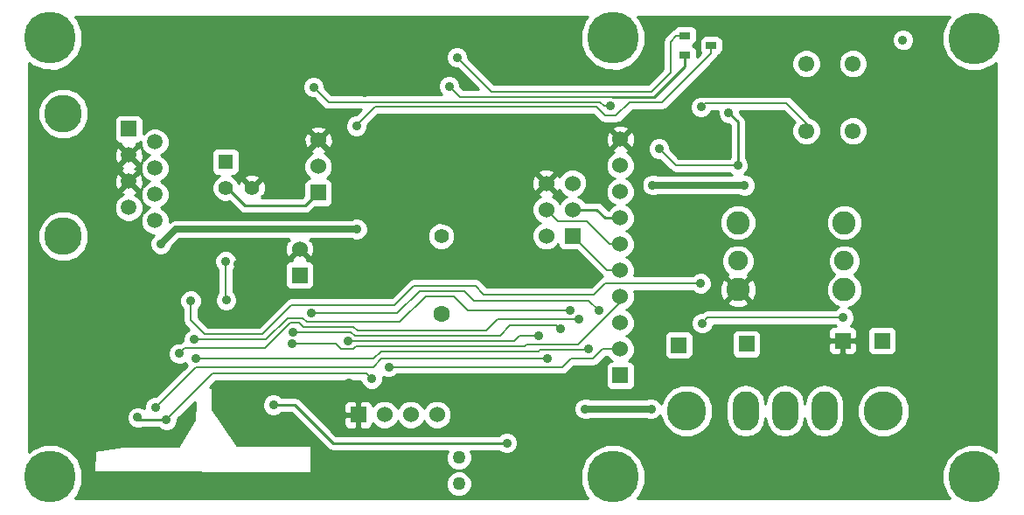
<source format=gbl>
G04 (created by PCBNEW (2013-04-19 BZR 4011)-stable) date 27/01/2014 13:36:19*
%MOIN*%
G04 Gerber Fmt 3.4, Leading zero omitted, Abs format*
%FSLAX34Y34*%
G01*
G70*
G90*
G04 APERTURE LIST*
%ADD10C,0*%
%ADD11C,0.06*%
%ADD12R,0.06X0.06*%
%ADD13C,0.19685*%
%ADD14C,0.089*%
%ADD15C,0.0752*%
%ADD16O,0.1X0.15*%
%ADD17C,0.15*%
%ADD18C,0.1437*%
%ADD19R,0.0591X0.0591*%
%ADD20C,0.0591*%
%ADD21C,0.061*%
%ADD22C,0.05*%
%ADD23R,0.0394X0.0276*%
%ADD24C,0.0551181*%
%ADD25C,0.0629921*%
%ADD26R,0.055X0.055*%
%ADD27C,0.055*%
%ADD28C,0.035*%
%ADD29C,0.008*%
%ADD30C,0.01*%
%ADD31C,0.025*%
G04 APERTURE END LIST*
G54D10*
G54D11*
X41830Y-18925D03*
X41830Y-19925D03*
X41830Y-22925D03*
X41830Y-23925D03*
G54D12*
X41830Y-27925D03*
G54D11*
X41830Y-26925D03*
X41830Y-25925D03*
X41830Y-24925D03*
X41830Y-21925D03*
X41830Y-20925D03*
G54D12*
X29599Y-24102D03*
G54D11*
X29599Y-23102D03*
G54D13*
X20096Y-15063D03*
X41535Y-15063D03*
X20096Y-31795D03*
X41535Y-31795D03*
G54D14*
X50364Y-22100D03*
G54D15*
X50364Y-23557D03*
G54D14*
X50364Y-24659D03*
X46309Y-24659D03*
G54D15*
X46309Y-23557D03*
G54D14*
X46309Y-22100D03*
G54D13*
X55314Y-15080D03*
X55314Y-31780D03*
G54D16*
X46610Y-29271D03*
X48110Y-29271D03*
X49610Y-29271D03*
G54D17*
X44360Y-29271D03*
X51860Y-29271D03*
G54D18*
X20588Y-22618D03*
X20588Y-17945D03*
G54D19*
X23088Y-18530D03*
G54D20*
X24088Y-19030D03*
X23088Y-19530D03*
X24088Y-20030D03*
X23088Y-20530D03*
X24088Y-21030D03*
X23088Y-21530D03*
X24088Y-22030D03*
G54D21*
X50689Y-16042D03*
X48917Y-16042D03*
X50689Y-18602D03*
X48917Y-18602D03*
G54D12*
X46640Y-26720D03*
G54D22*
X35670Y-32060D03*
X35670Y-31060D03*
G54D12*
X44050Y-26770D03*
X51800Y-26600D03*
X50300Y-26600D03*
G54D23*
X45290Y-15350D03*
X44290Y-14975D03*
X44290Y-15725D03*
G54D12*
X40000Y-22600D03*
G54D11*
X39000Y-22600D03*
X40000Y-21600D03*
X39000Y-21600D03*
X40000Y-20600D03*
X39000Y-20600D03*
G54D12*
X31840Y-29420D03*
G54D11*
X32840Y-29420D03*
X33840Y-29420D03*
X34840Y-29420D03*
G54D24*
X35000Y-22623D03*
G54D25*
X35000Y-25576D03*
G54D26*
X26781Y-19780D03*
G54D27*
X26781Y-20780D03*
X27781Y-20780D03*
G54D12*
X30314Y-20960D03*
G54D11*
X30314Y-19960D03*
X30314Y-18960D03*
G54D28*
X52598Y-15137D03*
X50330Y-25720D03*
X44948Y-25936D03*
X44884Y-24416D03*
X25454Y-25080D03*
X30135Y-16935D03*
X41450Y-17650D03*
X33000Y-27600D03*
X39535Y-26156D03*
X29348Y-26264D03*
X29330Y-26730D03*
X41002Y-25457D03*
X30040Y-25560D03*
X40600Y-26900D03*
X25648Y-27268D03*
X40264Y-25791D03*
X25018Y-27091D03*
X26781Y-23578D03*
X26800Y-25050D03*
X28600Y-29050D03*
X37500Y-30500D03*
X38700Y-26410D03*
X32350Y-28050D03*
X31450Y-26600D03*
X24530Y-29610D03*
X23430Y-29530D03*
X39929Y-25437D03*
X25590Y-26560D03*
X24112Y-29138D03*
X39060Y-27270D03*
X31770Y-18420D03*
X24310Y-22910D03*
X31780Y-22350D03*
X43300Y-19280D03*
X46299Y-19921D03*
X45964Y-17913D03*
X50500Y-19600D03*
X45060Y-17075D03*
X32090Y-17160D03*
X38120Y-28280D03*
X35900Y-20600D03*
X36000Y-19400D03*
X32900Y-18900D03*
X37600Y-20100D03*
X25730Y-14740D03*
X35200Y-30100D03*
X20982Y-27957D03*
X19801Y-23626D03*
X27250Y-23690D03*
X28900Y-28350D03*
X31480Y-28200D03*
X25400Y-29500D03*
X47755Y-18484D03*
X47381Y-15866D03*
X46889Y-15866D03*
X22834Y-31889D03*
X21751Y-28346D03*
X30224Y-31900D03*
X24919Y-23626D03*
X26699Y-18432D03*
X21376Y-26776D03*
X24525Y-26185D03*
X35600Y-15800D03*
X35300Y-16900D03*
X44900Y-17695D03*
X43000Y-29200D03*
X43059Y-20669D03*
X46562Y-20681D03*
X40490Y-29200D03*
G54D29*
X41250Y-24420D02*
X44880Y-24420D01*
X45164Y-25720D02*
X50330Y-25720D01*
X44948Y-25936D02*
X45164Y-25720D01*
X44880Y-24420D02*
X44884Y-24416D01*
X33940Y-24519D02*
X36309Y-24519D01*
X40830Y-24840D02*
X41250Y-24420D01*
X36630Y-24840D02*
X40830Y-24840D01*
X36309Y-24519D02*
X36630Y-24840D01*
X29290Y-25240D02*
X33220Y-25240D01*
X33220Y-25240D02*
X33940Y-24519D01*
X29290Y-25240D02*
X28169Y-26360D01*
X25984Y-26360D02*
X28169Y-26360D01*
X25984Y-26360D02*
X25454Y-25830D01*
X25454Y-25830D02*
X25454Y-25080D01*
X41450Y-17650D02*
X41215Y-17650D01*
X30700Y-17500D02*
X30135Y-16935D01*
X41065Y-17500D02*
X30700Y-17500D01*
X41215Y-17650D02*
X41065Y-17500D01*
X33000Y-27600D02*
X39622Y-27600D01*
X39936Y-27286D02*
X40794Y-27286D01*
X39622Y-27600D02*
X39936Y-27286D01*
X41830Y-26925D02*
X41154Y-26925D01*
X41154Y-26925D02*
X40794Y-27286D01*
X31700Y-26400D02*
X37232Y-26400D01*
X37232Y-26400D02*
X37628Y-26003D01*
X39535Y-26156D02*
X39383Y-26003D01*
X39383Y-26003D02*
X37628Y-26003D01*
X29348Y-26264D02*
X31564Y-26264D01*
X31564Y-26264D02*
X31700Y-26400D01*
X31765Y-26819D02*
X38182Y-26819D01*
X38182Y-26819D02*
X38242Y-26760D01*
X38242Y-26760D02*
X40208Y-26760D01*
X40208Y-26760D02*
X41830Y-25137D01*
X41830Y-25137D02*
X41830Y-24925D01*
X29330Y-26730D02*
X30990Y-26730D01*
X30990Y-26730D02*
X31185Y-26925D01*
X31765Y-26819D02*
X31660Y-26925D01*
X31185Y-26925D02*
X31660Y-26925D01*
X34170Y-24700D02*
X35870Y-24700D01*
X40625Y-25080D02*
X41002Y-25457D01*
X36250Y-25080D02*
X40625Y-25080D01*
X35870Y-24700D02*
X36250Y-25080D01*
X30040Y-25560D02*
X33310Y-25560D01*
X33310Y-25560D02*
X34170Y-24700D01*
X38749Y-26950D02*
X40549Y-26950D01*
X40549Y-26950D02*
X40600Y-26900D01*
X25648Y-27268D02*
X32431Y-27268D01*
X38700Y-27000D02*
X38749Y-26950D01*
X32700Y-27000D02*
X38700Y-27000D01*
X32431Y-27268D02*
X32700Y-27000D01*
X41830Y-23925D02*
X41325Y-23925D01*
X41325Y-23925D02*
X40000Y-22600D01*
X31800Y-26219D02*
X36712Y-26219D01*
X36712Y-26219D02*
X37140Y-25791D01*
X25214Y-26894D02*
X28279Y-26894D01*
X29064Y-26110D02*
X29064Y-26098D01*
X28279Y-26894D02*
X29064Y-26110D01*
X29236Y-25925D02*
X29595Y-25925D01*
X29064Y-26098D02*
X29236Y-25925D01*
X40264Y-25791D02*
X37140Y-25791D01*
X25018Y-27091D02*
X25214Y-26894D01*
X29754Y-26084D02*
X29595Y-25925D01*
X31664Y-26084D02*
X29754Y-26084D01*
X31664Y-26084D02*
X31800Y-26219D01*
X39450Y-22050D02*
X40553Y-22050D01*
X41429Y-22925D02*
X41830Y-22925D01*
X40553Y-22050D02*
X41429Y-22925D01*
X39450Y-22050D02*
X39000Y-21600D01*
G54D30*
X26781Y-20780D02*
X26843Y-20780D01*
X29818Y-21456D02*
X30314Y-20960D01*
X27519Y-21456D02*
X29818Y-21456D01*
X26843Y-20780D02*
X27519Y-21456D01*
G54D29*
X26781Y-23578D02*
X26781Y-25031D01*
X26781Y-25031D02*
X26800Y-25050D01*
G54D30*
X28600Y-29050D02*
X29420Y-29050D01*
X29420Y-29050D02*
X30870Y-30500D01*
X37500Y-30500D02*
X30870Y-30500D01*
G54D29*
X31450Y-26600D02*
X37794Y-26600D01*
X37794Y-26600D02*
X37984Y-26410D01*
X38700Y-26410D02*
X37984Y-26410D01*
X26290Y-27850D02*
X32150Y-27850D01*
X32150Y-27850D02*
X32350Y-28050D01*
X26290Y-27850D02*
X24530Y-29610D01*
G54D30*
X23520Y-29620D02*
X23430Y-29530D01*
X24530Y-29610D02*
X24520Y-29620D01*
X24520Y-29620D02*
X23520Y-29620D01*
G54D29*
X25590Y-26560D02*
X28313Y-26560D01*
X28313Y-26560D02*
X29133Y-25740D01*
X29880Y-25890D02*
X33430Y-25890D01*
X33430Y-25890D02*
X34420Y-24900D01*
X39929Y-25437D02*
X36027Y-25437D01*
X36027Y-25437D02*
X35490Y-24900D01*
X35490Y-24900D02*
X34420Y-24900D01*
X29133Y-25740D02*
X29730Y-25740D01*
X29730Y-25740D02*
X29880Y-25890D01*
G54D30*
X41830Y-21925D02*
X41255Y-21925D01*
X40930Y-21600D02*
X40000Y-21600D01*
X41255Y-21925D02*
X40930Y-21600D01*
G54D29*
X25651Y-27600D02*
X32400Y-27600D01*
X25651Y-27600D02*
X24112Y-29138D01*
X32730Y-27270D02*
X39060Y-27270D01*
X32400Y-27600D02*
X32730Y-27270D01*
G54D31*
X31780Y-22350D02*
X24870Y-22350D01*
X24870Y-22350D02*
X24310Y-22910D01*
G54D29*
X41250Y-18030D02*
X41665Y-18030D01*
X45290Y-15655D02*
X45290Y-15350D01*
X43430Y-17515D02*
X45290Y-15655D01*
X42180Y-17515D02*
X43430Y-17515D01*
X41665Y-18030D02*
X42180Y-17515D01*
X31770Y-18420D02*
X31770Y-18390D01*
X40905Y-17685D02*
X41250Y-18030D01*
X32475Y-17685D02*
X40905Y-17685D01*
X31770Y-18390D02*
X32475Y-17685D01*
X43941Y-19921D02*
X46299Y-19921D01*
X43300Y-19280D02*
X43941Y-19921D01*
G54D30*
X46299Y-18248D02*
X46299Y-19921D01*
X45964Y-17913D02*
X46299Y-18248D01*
G54D29*
X41310Y-17110D02*
X36910Y-17110D01*
X36910Y-17110D02*
X35600Y-15800D01*
X43735Y-15205D02*
X43735Y-16379D01*
X43735Y-16379D02*
X43004Y-17110D01*
X43004Y-17110D02*
X41310Y-17110D01*
X41310Y-17110D02*
X43004Y-17110D01*
X43965Y-14975D02*
X44290Y-14975D01*
X43735Y-15205D02*
X43965Y-14975D01*
X41530Y-17320D02*
X35720Y-17320D01*
X35720Y-17320D02*
X35300Y-16900D01*
G54D30*
X44290Y-15725D02*
X44290Y-16135D01*
X43105Y-17320D02*
X41530Y-17320D01*
X44290Y-16135D02*
X43105Y-17320D01*
G54D29*
X48917Y-18307D02*
X48917Y-18602D01*
X48165Y-17555D02*
X48917Y-18307D01*
X45040Y-17555D02*
X48165Y-17555D01*
X44900Y-17695D02*
X45040Y-17555D01*
G54D31*
X40490Y-29200D02*
X43000Y-29200D01*
X43059Y-20669D02*
X46551Y-20669D01*
X46551Y-20669D02*
X46562Y-20681D01*
G54D10*
G36*
X56136Y-30857D02*
X56014Y-30735D01*
X55560Y-30546D01*
X55069Y-30546D01*
X54615Y-30733D01*
X54268Y-31080D01*
X54080Y-31534D01*
X54079Y-32025D01*
X54267Y-32479D01*
X54386Y-32599D01*
X53023Y-32599D01*
X53023Y-15053D01*
X52958Y-14897D01*
X52839Y-14777D01*
X52683Y-14712D01*
X52514Y-14712D01*
X52357Y-14777D01*
X52238Y-14896D01*
X52173Y-15052D01*
X52173Y-15221D01*
X52237Y-15378D01*
X52357Y-15497D01*
X52513Y-15562D01*
X52682Y-15562D01*
X52838Y-15498D01*
X52958Y-15378D01*
X53023Y-15222D01*
X53023Y-15053D01*
X53023Y-32599D01*
X52860Y-32599D01*
X52860Y-29073D01*
X52708Y-28705D01*
X52427Y-28424D01*
X52350Y-28392D01*
X52350Y-26850D01*
X52350Y-26250D01*
X52312Y-26158D01*
X52241Y-26088D01*
X52149Y-26050D01*
X52050Y-26049D01*
X51450Y-26049D01*
X51358Y-26087D01*
X51288Y-26158D01*
X51250Y-26250D01*
X51249Y-26349D01*
X51249Y-26949D01*
X51287Y-27041D01*
X51358Y-27111D01*
X51450Y-27149D01*
X51549Y-27150D01*
X52149Y-27150D01*
X52241Y-27112D01*
X52311Y-27041D01*
X52349Y-26949D01*
X52350Y-26850D01*
X52350Y-28392D01*
X52060Y-28271D01*
X51662Y-28271D01*
X51294Y-28423D01*
X51244Y-28473D01*
X51244Y-18492D01*
X51244Y-15932D01*
X51159Y-15728D01*
X51003Y-15572D01*
X50800Y-15487D01*
X50579Y-15487D01*
X50375Y-15572D01*
X50218Y-15728D01*
X50134Y-15931D01*
X50134Y-16152D01*
X50218Y-16356D01*
X50374Y-16513D01*
X50578Y-16597D01*
X50799Y-16597D01*
X51003Y-16513D01*
X51159Y-16357D01*
X51244Y-16153D01*
X51244Y-15932D01*
X51244Y-18492D01*
X51159Y-18288D01*
X51003Y-18132D01*
X50800Y-18047D01*
X50579Y-18047D01*
X50375Y-18132D01*
X50218Y-18288D01*
X50134Y-18491D01*
X50134Y-18712D01*
X50218Y-18916D01*
X50374Y-19073D01*
X50578Y-19157D01*
X50799Y-19157D01*
X51003Y-19073D01*
X51159Y-18917D01*
X51244Y-18713D01*
X51244Y-18492D01*
X51244Y-28473D01*
X51059Y-28658D01*
X51059Y-24522D01*
X51059Y-21963D01*
X50953Y-21707D01*
X50758Y-21512D01*
X50503Y-21406D01*
X50226Y-21405D01*
X49971Y-21511D01*
X49775Y-21706D01*
X49669Y-21962D01*
X49669Y-22238D01*
X49774Y-22494D01*
X49969Y-22689D01*
X50225Y-22795D01*
X50501Y-22796D01*
X50757Y-22690D01*
X50953Y-22495D01*
X51059Y-22239D01*
X51059Y-21963D01*
X51059Y-24522D01*
X50953Y-24266D01*
X50758Y-24071D01*
X50742Y-24064D01*
X50894Y-23913D01*
X50990Y-23683D01*
X50990Y-23433D01*
X50895Y-23203D01*
X50719Y-23027D01*
X50489Y-22932D01*
X50240Y-22931D01*
X50010Y-23026D01*
X49833Y-23202D01*
X49738Y-23432D01*
X49738Y-23681D01*
X49833Y-23912D01*
X49985Y-24064D01*
X49971Y-24070D01*
X49775Y-24265D01*
X49669Y-24521D01*
X49669Y-24797D01*
X49774Y-25053D01*
X49969Y-25248D01*
X50163Y-25329D01*
X50089Y-25359D01*
X50018Y-25430D01*
X49472Y-25430D01*
X49472Y-18492D01*
X49472Y-15932D01*
X49387Y-15728D01*
X49231Y-15572D01*
X49028Y-15487D01*
X48807Y-15487D01*
X48603Y-15572D01*
X48446Y-15728D01*
X48362Y-15931D01*
X48362Y-16152D01*
X48446Y-16356D01*
X48602Y-16513D01*
X48806Y-16597D01*
X49027Y-16597D01*
X49231Y-16513D01*
X49387Y-16357D01*
X49472Y-16153D01*
X49472Y-15932D01*
X49472Y-18492D01*
X49387Y-18288D01*
X49231Y-18132D01*
X49096Y-18076D01*
X48370Y-17349D01*
X48275Y-17287D01*
X48165Y-17265D01*
X45737Y-17265D01*
X45737Y-15438D01*
X45737Y-15162D01*
X45699Y-15070D01*
X45628Y-15000D01*
X45536Y-14962D01*
X45437Y-14961D01*
X45043Y-14961D01*
X44951Y-14999D01*
X44881Y-15070D01*
X44843Y-15162D01*
X44842Y-15261D01*
X44842Y-15537D01*
X44880Y-15629D01*
X44893Y-15641D01*
X44737Y-15797D01*
X44737Y-15537D01*
X44699Y-15445D01*
X44628Y-15375D01*
X44568Y-15349D01*
X44628Y-15325D01*
X44698Y-15254D01*
X44736Y-15162D01*
X44737Y-15063D01*
X44737Y-14787D01*
X44699Y-14695D01*
X44628Y-14625D01*
X44536Y-14587D01*
X44437Y-14586D01*
X44043Y-14586D01*
X43951Y-14624D01*
X43881Y-14695D01*
X43878Y-14702D01*
X43854Y-14707D01*
X43759Y-14769D01*
X43759Y-14769D01*
X43529Y-14999D01*
X43467Y-15094D01*
X43445Y-15205D01*
X43445Y-16259D01*
X42884Y-16820D01*
X41310Y-16820D01*
X37030Y-16820D01*
X36024Y-15814D01*
X36025Y-15715D01*
X35960Y-15559D01*
X35841Y-15439D01*
X35684Y-15375D01*
X35515Y-15374D01*
X35359Y-15439D01*
X35239Y-15558D01*
X35175Y-15715D01*
X35174Y-15884D01*
X35239Y-16040D01*
X35358Y-16160D01*
X35515Y-16224D01*
X35614Y-16225D01*
X36419Y-17030D01*
X35840Y-17030D01*
X35724Y-16914D01*
X35725Y-16815D01*
X35660Y-16659D01*
X35541Y-16539D01*
X35384Y-16475D01*
X35215Y-16474D01*
X35059Y-16539D01*
X34939Y-16658D01*
X34875Y-16815D01*
X34874Y-16984D01*
X34939Y-17140D01*
X35008Y-17210D01*
X30820Y-17210D01*
X30559Y-16949D01*
X30560Y-16850D01*
X30495Y-16694D01*
X30376Y-16574D01*
X30219Y-16510D01*
X30050Y-16509D01*
X29894Y-16574D01*
X29774Y-16693D01*
X29710Y-16850D01*
X29709Y-17019D01*
X29774Y-17175D01*
X29893Y-17295D01*
X30050Y-17359D01*
X30149Y-17360D01*
X30494Y-17705D01*
X30494Y-17705D01*
X30589Y-17767D01*
X30700Y-17790D01*
X30700Y-17790D01*
X30700Y-17790D01*
X31959Y-17790D01*
X31754Y-17994D01*
X31685Y-17994D01*
X31529Y-18059D01*
X31409Y-18178D01*
X31345Y-18335D01*
X31344Y-18504D01*
X31409Y-18660D01*
X31528Y-18780D01*
X31685Y-18844D01*
X31854Y-18845D01*
X32010Y-18780D01*
X32130Y-18661D01*
X32194Y-18504D01*
X32195Y-18375D01*
X32595Y-17975D01*
X40784Y-17975D01*
X41044Y-18235D01*
X41139Y-18297D01*
X41250Y-18320D01*
X41665Y-18320D01*
X41775Y-18297D01*
X41870Y-18235D01*
X42300Y-17805D01*
X43430Y-17805D01*
X43540Y-17782D01*
X43635Y-17720D01*
X45495Y-15860D01*
X45495Y-15860D01*
X45495Y-15860D01*
X45557Y-15765D01*
X45565Y-15725D01*
X45628Y-15700D01*
X45698Y-15629D01*
X45736Y-15537D01*
X45737Y-15438D01*
X45737Y-17265D01*
X45040Y-17265D01*
X44994Y-17274D01*
X44984Y-17270D01*
X44815Y-17269D01*
X44659Y-17334D01*
X44539Y-17453D01*
X44475Y-17610D01*
X44474Y-17779D01*
X44539Y-17935D01*
X44658Y-18055D01*
X44815Y-18119D01*
X44984Y-18120D01*
X45140Y-18055D01*
X45260Y-17936D01*
X45297Y-17845D01*
X45539Y-17845D01*
X45539Y-17997D01*
X45604Y-18153D01*
X45723Y-18273D01*
X45879Y-18338D01*
X45965Y-18338D01*
X45999Y-18372D01*
X45999Y-19620D01*
X45988Y-19631D01*
X44061Y-19631D01*
X43724Y-19294D01*
X43725Y-19195D01*
X43660Y-19039D01*
X43541Y-18919D01*
X43384Y-18855D01*
X43215Y-18854D01*
X43059Y-18919D01*
X42939Y-19038D01*
X42875Y-19195D01*
X42874Y-19364D01*
X42939Y-19520D01*
X43058Y-19640D01*
X43215Y-19704D01*
X43314Y-19705D01*
X43736Y-20126D01*
X43830Y-20189D01*
X43941Y-20211D01*
X45988Y-20211D01*
X46058Y-20281D01*
X46089Y-20294D01*
X43264Y-20294D01*
X43143Y-20244D01*
X42974Y-20244D01*
X42818Y-20308D01*
X42698Y-20428D01*
X42634Y-20584D01*
X42633Y-20753D01*
X42698Y-20909D01*
X42817Y-21029D01*
X42974Y-21094D01*
X43143Y-21094D01*
X43264Y-21044D01*
X46329Y-21044D01*
X46478Y-21106D01*
X46647Y-21106D01*
X46803Y-21041D01*
X46923Y-20922D01*
X46987Y-20766D01*
X46988Y-20596D01*
X46923Y-20440D01*
X46804Y-20321D01*
X46647Y-20256D01*
X46565Y-20256D01*
X46659Y-20162D01*
X46724Y-20006D01*
X46724Y-19837D01*
X46659Y-19680D01*
X46599Y-19620D01*
X46599Y-18248D01*
X46576Y-18133D01*
X46511Y-18035D01*
X46511Y-18035D01*
X46389Y-17914D01*
X46389Y-17845D01*
X48044Y-17845D01*
X48467Y-18267D01*
X48446Y-18288D01*
X48362Y-18491D01*
X48362Y-18712D01*
X48446Y-18916D01*
X48602Y-19073D01*
X48806Y-19157D01*
X49027Y-19157D01*
X49231Y-19073D01*
X49387Y-18917D01*
X49472Y-18713D01*
X49472Y-18492D01*
X49472Y-25430D01*
X47008Y-25430D01*
X47008Y-24776D01*
X47004Y-24652D01*
X47004Y-21963D01*
X46898Y-21707D01*
X46703Y-21512D01*
X46448Y-21406D01*
X46171Y-21405D01*
X45916Y-21511D01*
X45720Y-21706D01*
X45614Y-21962D01*
X45614Y-22238D01*
X45719Y-22494D01*
X45914Y-22689D01*
X46170Y-22795D01*
X46446Y-22796D01*
X46702Y-22690D01*
X46898Y-22495D01*
X47004Y-22239D01*
X47004Y-21963D01*
X47004Y-24652D01*
X46999Y-24499D01*
X46935Y-24344D01*
X46935Y-23433D01*
X46840Y-23203D01*
X46664Y-23027D01*
X46434Y-22932D01*
X46185Y-22931D01*
X45955Y-23026D01*
X45778Y-23202D01*
X45683Y-23432D01*
X45683Y-23681D01*
X45778Y-23912D01*
X45931Y-24065D01*
X45889Y-24169D01*
X46309Y-24589D01*
X46729Y-24169D01*
X46686Y-24065D01*
X46839Y-23913D01*
X46935Y-23683D01*
X46935Y-23433D01*
X46935Y-24344D01*
X46910Y-24284D01*
X46800Y-24239D01*
X46379Y-24659D01*
X46800Y-25080D01*
X46910Y-25034D01*
X47008Y-24776D01*
X47008Y-25430D01*
X46729Y-25430D01*
X46729Y-25150D01*
X46309Y-24730D01*
X46238Y-24801D01*
X46238Y-24659D01*
X45818Y-24239D01*
X45707Y-24284D01*
X45610Y-24543D01*
X45618Y-24819D01*
X45707Y-25034D01*
X45818Y-25080D01*
X46238Y-24659D01*
X46238Y-24801D01*
X45889Y-25150D01*
X45934Y-25261D01*
X46192Y-25358D01*
X46469Y-25350D01*
X46684Y-25261D01*
X46729Y-25150D01*
X46729Y-25430D01*
X45309Y-25430D01*
X45309Y-24331D01*
X45244Y-24175D01*
X45125Y-24055D01*
X44968Y-23991D01*
X44799Y-23990D01*
X44643Y-24055D01*
X44568Y-24130D01*
X42385Y-24130D01*
X42385Y-19006D01*
X42374Y-18788D01*
X42311Y-18637D01*
X42216Y-18609D01*
X42145Y-18680D01*
X42145Y-18539D01*
X42118Y-18443D01*
X41912Y-18370D01*
X41693Y-18381D01*
X41542Y-18443D01*
X41515Y-18539D01*
X41830Y-18854D01*
X42145Y-18539D01*
X42145Y-18680D01*
X41901Y-18925D01*
X42216Y-19240D01*
X42311Y-19213D01*
X42385Y-19006D01*
X42385Y-24130D01*
X42341Y-24130D01*
X42380Y-24035D01*
X42380Y-23816D01*
X42297Y-23614D01*
X42142Y-23459D01*
X42060Y-23425D01*
X42141Y-23391D01*
X42296Y-23237D01*
X42380Y-23035D01*
X42380Y-22816D01*
X42297Y-22614D01*
X42142Y-22459D01*
X42060Y-22425D01*
X42141Y-22391D01*
X42296Y-22237D01*
X42380Y-22035D01*
X42380Y-21816D01*
X42297Y-21614D01*
X42142Y-21459D01*
X42060Y-21425D01*
X42141Y-21391D01*
X42296Y-21237D01*
X42380Y-21035D01*
X42380Y-20816D01*
X42297Y-20614D01*
X42142Y-20459D01*
X42060Y-20425D01*
X42141Y-20391D01*
X42296Y-20237D01*
X42380Y-20035D01*
X42380Y-19816D01*
X42297Y-19614D01*
X42142Y-19459D01*
X42067Y-19427D01*
X42118Y-19406D01*
X42145Y-19311D01*
X41830Y-18995D01*
X41759Y-19066D01*
X41759Y-18925D01*
X41444Y-18609D01*
X41349Y-18637D01*
X41275Y-18843D01*
X41286Y-19061D01*
X41349Y-19213D01*
X41444Y-19240D01*
X41759Y-18925D01*
X41759Y-19066D01*
X41515Y-19311D01*
X41542Y-19406D01*
X41598Y-19426D01*
X41519Y-19458D01*
X41364Y-19613D01*
X41280Y-19815D01*
X41280Y-20034D01*
X41364Y-20236D01*
X41518Y-20391D01*
X41600Y-20425D01*
X41519Y-20458D01*
X41364Y-20613D01*
X41280Y-20815D01*
X41280Y-21034D01*
X41364Y-21236D01*
X41518Y-21391D01*
X41600Y-21425D01*
X41519Y-21458D01*
X41366Y-21611D01*
X41142Y-21387D01*
X41045Y-21322D01*
X40930Y-21300D01*
X40471Y-21300D01*
X40466Y-21288D01*
X40311Y-21134D01*
X40230Y-21100D01*
X40311Y-21066D01*
X40465Y-20911D01*
X40549Y-20709D01*
X40550Y-20491D01*
X40466Y-20288D01*
X40311Y-20134D01*
X40109Y-20050D01*
X39891Y-20049D01*
X39688Y-20133D01*
X39534Y-20288D01*
X39502Y-20363D01*
X39481Y-20312D01*
X39385Y-20284D01*
X39315Y-20355D01*
X39315Y-20214D01*
X39287Y-20118D01*
X39081Y-20045D01*
X38863Y-20056D01*
X38712Y-20118D01*
X38684Y-20214D01*
X39000Y-20529D01*
X39315Y-20214D01*
X39315Y-20355D01*
X39070Y-20600D01*
X39385Y-20915D01*
X39481Y-20887D01*
X39500Y-20832D01*
X39533Y-20911D01*
X39688Y-21065D01*
X39769Y-21099D01*
X39688Y-21133D01*
X39534Y-21288D01*
X39500Y-21369D01*
X39466Y-21288D01*
X39311Y-21134D01*
X39236Y-21102D01*
X39287Y-21081D01*
X39315Y-20985D01*
X39000Y-20670D01*
X38929Y-20741D01*
X38929Y-20600D01*
X38614Y-20284D01*
X38518Y-20312D01*
X38445Y-20518D01*
X38456Y-20736D01*
X38518Y-20887D01*
X38614Y-20915D01*
X38929Y-20600D01*
X38929Y-20741D01*
X38684Y-20985D01*
X38712Y-21081D01*
X38767Y-21100D01*
X38688Y-21133D01*
X38534Y-21288D01*
X38450Y-21490D01*
X38449Y-21708D01*
X38533Y-21911D01*
X38688Y-22065D01*
X38769Y-22099D01*
X38688Y-22133D01*
X38534Y-22288D01*
X38450Y-22490D01*
X38449Y-22708D01*
X38533Y-22911D01*
X38688Y-23065D01*
X38890Y-23149D01*
X39108Y-23150D01*
X39311Y-23066D01*
X39449Y-22927D01*
X39449Y-22949D01*
X39487Y-23041D01*
X39558Y-23111D01*
X39650Y-23149D01*
X39749Y-23150D01*
X40139Y-23150D01*
X41120Y-24130D01*
X41120Y-24130D01*
X41149Y-24149D01*
X41139Y-24152D01*
X41044Y-24214D01*
X40709Y-24550D01*
X36750Y-24550D01*
X36515Y-24314D01*
X36420Y-24252D01*
X36309Y-24229D01*
X35525Y-24229D01*
X35525Y-22519D01*
X35445Y-22326D01*
X35298Y-22178D01*
X35105Y-22098D01*
X34895Y-22097D01*
X34702Y-22177D01*
X34554Y-22325D01*
X34474Y-22518D01*
X34474Y-22727D01*
X34554Y-22920D01*
X34701Y-23068D01*
X34894Y-23149D01*
X35104Y-23149D01*
X35297Y-23069D01*
X35445Y-22921D01*
X35525Y-22728D01*
X35525Y-22519D01*
X35525Y-24229D01*
X33940Y-24229D01*
X33829Y-24252D01*
X33734Y-24314D01*
X33734Y-24314D01*
X33099Y-24950D01*
X32205Y-24950D01*
X32205Y-22265D01*
X32140Y-22109D01*
X32021Y-21989D01*
X31864Y-21925D01*
X31695Y-21924D01*
X31574Y-21975D01*
X30869Y-21975D01*
X30869Y-19042D01*
X30858Y-18823D01*
X30796Y-18672D01*
X30700Y-18645D01*
X30630Y-18716D01*
X30630Y-18574D01*
X30602Y-18479D01*
X30396Y-18405D01*
X30178Y-18416D01*
X30027Y-18479D01*
X29999Y-18574D01*
X30314Y-18889D01*
X30630Y-18574D01*
X30630Y-18716D01*
X30385Y-18960D01*
X30700Y-19275D01*
X30796Y-19248D01*
X30869Y-19042D01*
X30869Y-21975D01*
X30865Y-21975D01*
X30865Y-19851D01*
X30781Y-19649D01*
X30626Y-19494D01*
X30551Y-19463D01*
X30602Y-19441D01*
X30630Y-19346D01*
X30314Y-19031D01*
X30244Y-19102D01*
X30244Y-18960D01*
X29929Y-18645D01*
X29833Y-18672D01*
X29760Y-18878D01*
X29771Y-19097D01*
X29833Y-19248D01*
X29929Y-19275D01*
X30244Y-18960D01*
X30244Y-19102D01*
X29999Y-19346D01*
X30027Y-19441D01*
X30082Y-19461D01*
X30003Y-19494D01*
X29848Y-19648D01*
X29765Y-19850D01*
X29764Y-20069D01*
X29848Y-20271D01*
X29986Y-20410D01*
X29965Y-20410D01*
X29873Y-20448D01*
X29803Y-20518D01*
X29765Y-20610D01*
X29764Y-20710D01*
X29764Y-21086D01*
X29694Y-21156D01*
X28311Y-21156D01*
X28160Y-21156D01*
X28195Y-21122D01*
X28149Y-21077D01*
X28242Y-21052D01*
X28311Y-20855D01*
X28300Y-20647D01*
X28242Y-20507D01*
X28149Y-20483D01*
X28078Y-20553D01*
X28078Y-20412D01*
X28054Y-20319D01*
X27857Y-20250D01*
X27649Y-20261D01*
X27509Y-20319D01*
X27484Y-20412D01*
X27781Y-20709D01*
X28078Y-20412D01*
X28078Y-20553D01*
X27852Y-20780D01*
X27858Y-20785D01*
X27787Y-20856D01*
X27781Y-20850D01*
X27776Y-20856D01*
X27705Y-20785D01*
X27711Y-20780D01*
X27414Y-20483D01*
X27321Y-20507D01*
X27282Y-20617D01*
X27227Y-20483D01*
X27079Y-20335D01*
X27007Y-20305D01*
X27106Y-20305D01*
X27198Y-20267D01*
X27268Y-20196D01*
X27306Y-20105D01*
X27306Y-20005D01*
X27306Y-19455D01*
X27268Y-19363D01*
X27198Y-19293D01*
X27106Y-19255D01*
X27007Y-19255D01*
X26457Y-19255D01*
X26365Y-19293D01*
X26295Y-19363D01*
X26256Y-19455D01*
X26256Y-19554D01*
X26256Y-20104D01*
X26294Y-20196D01*
X26365Y-20266D01*
X26456Y-20305D01*
X26556Y-20305D01*
X26556Y-20305D01*
X26484Y-20334D01*
X26337Y-20482D01*
X26256Y-20675D01*
X26256Y-20884D01*
X26336Y-21077D01*
X26484Y-21224D01*
X26677Y-21305D01*
X26885Y-21305D01*
X26926Y-21288D01*
X27307Y-21668D01*
X27307Y-21668D01*
X27404Y-21733D01*
X27519Y-21756D01*
X29818Y-21756D01*
X29818Y-21756D01*
X29933Y-21733D01*
X29933Y-21733D01*
X30031Y-21668D01*
X30189Y-21510D01*
X30664Y-21510D01*
X30756Y-21472D01*
X30826Y-21402D01*
X30864Y-21310D01*
X30865Y-21211D01*
X30865Y-20611D01*
X30827Y-20519D01*
X30756Y-20448D01*
X30664Y-20410D01*
X30642Y-20410D01*
X30780Y-20272D01*
X30864Y-20070D01*
X30865Y-19851D01*
X30865Y-21975D01*
X24870Y-21975D01*
X24726Y-22003D01*
X24634Y-22065D01*
X24634Y-21922D01*
X24551Y-21721D01*
X24398Y-21567D01*
X24307Y-21530D01*
X24397Y-21492D01*
X24551Y-21339D01*
X24634Y-21139D01*
X24634Y-20922D01*
X24551Y-20721D01*
X24398Y-20567D01*
X24307Y-20530D01*
X24397Y-20492D01*
X24551Y-20339D01*
X24634Y-20139D01*
X24634Y-19922D01*
X24551Y-19721D01*
X24398Y-19567D01*
X24307Y-19530D01*
X24397Y-19492D01*
X24551Y-19339D01*
X24634Y-19139D01*
X24634Y-18922D01*
X24551Y-18721D01*
X24398Y-18567D01*
X24197Y-18484D01*
X23980Y-18484D01*
X23780Y-18567D01*
X23634Y-18713D01*
X23634Y-18185D01*
X23596Y-18093D01*
X23526Y-18022D01*
X23434Y-17984D01*
X23334Y-17984D01*
X22743Y-17984D01*
X22652Y-18022D01*
X22581Y-18092D01*
X22543Y-18184D01*
X22543Y-18284D01*
X22543Y-18875D01*
X22581Y-18967D01*
X22651Y-19037D01*
X22743Y-19075D01*
X22797Y-19075D01*
X22777Y-19147D01*
X23088Y-19459D01*
X23400Y-19147D01*
X23380Y-19075D01*
X23433Y-19075D01*
X23525Y-19037D01*
X23543Y-19020D01*
X23543Y-19138D01*
X23626Y-19338D01*
X23779Y-19492D01*
X23870Y-19530D01*
X23780Y-19567D01*
X23639Y-19708D01*
X23639Y-19610D01*
X23628Y-19394D01*
X23566Y-19245D01*
X23471Y-19218D01*
X23159Y-19530D01*
X23471Y-19842D01*
X23566Y-19815D01*
X23639Y-19610D01*
X23639Y-19708D01*
X23626Y-19720D01*
X23543Y-19921D01*
X23543Y-20138D01*
X23626Y-20338D01*
X23779Y-20492D01*
X23870Y-20530D01*
X23780Y-20567D01*
X23639Y-20708D01*
X23639Y-20610D01*
X23628Y-20394D01*
X23566Y-20245D01*
X23471Y-20218D01*
X23400Y-20288D01*
X23400Y-20147D01*
X23374Y-20052D01*
X23315Y-20031D01*
X23374Y-20007D01*
X23400Y-19912D01*
X23088Y-19600D01*
X23018Y-19671D01*
X23018Y-19530D01*
X22706Y-19218D01*
X22611Y-19245D01*
X22538Y-19449D01*
X22549Y-19666D01*
X22611Y-19815D01*
X22706Y-19842D01*
X23018Y-19530D01*
X23018Y-19671D01*
X22777Y-19912D01*
X22803Y-20007D01*
X22862Y-20028D01*
X22803Y-20052D01*
X22777Y-20147D01*
X23088Y-20459D01*
X23400Y-20147D01*
X23400Y-20288D01*
X23159Y-20530D01*
X23471Y-20842D01*
X23566Y-20815D01*
X23639Y-20610D01*
X23639Y-20708D01*
X23626Y-20720D01*
X23543Y-20921D01*
X23543Y-21138D01*
X23626Y-21338D01*
X23779Y-21492D01*
X23870Y-21530D01*
X23780Y-21567D01*
X23634Y-21712D01*
X23634Y-21422D01*
X23551Y-21221D01*
X23398Y-21067D01*
X23313Y-21032D01*
X23374Y-21007D01*
X23400Y-20912D01*
X23088Y-20600D01*
X23018Y-20671D01*
X23018Y-20530D01*
X22706Y-20218D01*
X22611Y-20245D01*
X22538Y-20449D01*
X22549Y-20666D01*
X22611Y-20815D01*
X22706Y-20842D01*
X23018Y-20530D01*
X23018Y-20671D01*
X22777Y-20912D01*
X22803Y-21007D01*
X22868Y-21030D01*
X22780Y-21067D01*
X22626Y-21220D01*
X22543Y-21421D01*
X22543Y-21638D01*
X22626Y-21838D01*
X22779Y-21992D01*
X22979Y-22075D01*
X23197Y-22075D01*
X23397Y-21992D01*
X23551Y-21839D01*
X23634Y-21639D01*
X23634Y-21422D01*
X23634Y-21712D01*
X23626Y-21720D01*
X23543Y-21921D01*
X23543Y-22138D01*
X23626Y-22338D01*
X23779Y-22492D01*
X23979Y-22575D01*
X24043Y-22575D01*
X23949Y-22668D01*
X23885Y-22825D01*
X23884Y-22994D01*
X23949Y-23150D01*
X24068Y-23270D01*
X24225Y-23334D01*
X24394Y-23335D01*
X24550Y-23270D01*
X24670Y-23151D01*
X24720Y-23029D01*
X25025Y-22725D01*
X29185Y-22725D01*
X29168Y-22741D01*
X29213Y-22787D01*
X29118Y-22814D01*
X29044Y-23020D01*
X29055Y-23239D01*
X29118Y-23390D01*
X29213Y-23417D01*
X29528Y-23102D01*
X29523Y-23096D01*
X29593Y-23026D01*
X29599Y-23031D01*
X29605Y-23026D01*
X29675Y-23096D01*
X29670Y-23102D01*
X29985Y-23417D01*
X30080Y-23390D01*
X30154Y-23184D01*
X30143Y-22965D01*
X30080Y-22814D01*
X29985Y-22787D01*
X30030Y-22741D01*
X30013Y-22725D01*
X31574Y-22725D01*
X31695Y-22774D01*
X31864Y-22775D01*
X32020Y-22710D01*
X32140Y-22591D01*
X32204Y-22434D01*
X32205Y-22265D01*
X32205Y-24950D01*
X30154Y-24950D01*
X30149Y-24950D01*
X30149Y-24352D01*
X30149Y-23752D01*
X30111Y-23660D01*
X30041Y-23590D01*
X29949Y-23552D01*
X29896Y-23552D01*
X29914Y-23488D01*
X29599Y-23173D01*
X29528Y-23243D01*
X29284Y-23488D01*
X29302Y-23552D01*
X29250Y-23552D01*
X29158Y-23590D01*
X29087Y-23660D01*
X29049Y-23752D01*
X29049Y-23851D01*
X29049Y-24451D01*
X29087Y-24543D01*
X29157Y-24614D01*
X29249Y-24652D01*
X29349Y-24652D01*
X29949Y-24652D01*
X30040Y-24614D01*
X30111Y-24544D01*
X30149Y-24452D01*
X30149Y-24352D01*
X30149Y-24950D01*
X29290Y-24950D01*
X29289Y-24950D01*
X29179Y-24972D01*
X29084Y-25034D01*
X29084Y-25034D01*
X28048Y-26070D01*
X27225Y-26070D01*
X27225Y-24965D01*
X27160Y-24809D01*
X27071Y-24720D01*
X27071Y-23889D01*
X27141Y-23819D01*
X27206Y-23663D01*
X27206Y-23493D01*
X27142Y-23337D01*
X27022Y-23218D01*
X26866Y-23153D01*
X26697Y-23153D01*
X26541Y-23217D01*
X26421Y-23337D01*
X26356Y-23493D01*
X26356Y-23662D01*
X26421Y-23818D01*
X26491Y-23889D01*
X26491Y-24757D01*
X26439Y-24808D01*
X26375Y-24965D01*
X26374Y-25134D01*
X26439Y-25290D01*
X26558Y-25410D01*
X26715Y-25474D01*
X26884Y-25475D01*
X27040Y-25410D01*
X27160Y-25291D01*
X27224Y-25134D01*
X27225Y-24965D01*
X27225Y-26070D01*
X26104Y-26070D01*
X25744Y-25710D01*
X25744Y-25391D01*
X25814Y-25322D01*
X25879Y-25165D01*
X25879Y-24996D01*
X25814Y-24840D01*
X25695Y-24720D01*
X25539Y-24656D01*
X25370Y-24655D01*
X25213Y-24720D01*
X25094Y-24839D01*
X25029Y-24996D01*
X25029Y-25165D01*
X25093Y-25321D01*
X25164Y-25392D01*
X25164Y-25830D01*
X25186Y-25941D01*
X25249Y-26036D01*
X25394Y-26181D01*
X25349Y-26199D01*
X25229Y-26318D01*
X25165Y-26475D01*
X25164Y-26614D01*
X25103Y-26626D01*
X25044Y-26666D01*
X24933Y-26666D01*
X24777Y-26730D01*
X24658Y-26850D01*
X24593Y-27006D01*
X24593Y-27175D01*
X24657Y-27331D01*
X24777Y-27451D01*
X24933Y-27516D01*
X25102Y-27516D01*
X25258Y-27451D01*
X25262Y-27447D01*
X25287Y-27508D01*
X25309Y-27531D01*
X24127Y-28713D01*
X24028Y-28713D01*
X23872Y-28777D01*
X23752Y-28897D01*
X23687Y-29053D01*
X23687Y-29186D01*
X23672Y-29170D01*
X23515Y-29106D01*
X23346Y-29105D01*
X23190Y-29170D01*
X23070Y-29289D01*
X23006Y-29446D01*
X23005Y-29615D01*
X23070Y-29771D01*
X23189Y-29891D01*
X23346Y-29955D01*
X23515Y-29956D01*
X23602Y-29920D01*
X24238Y-29920D01*
X24288Y-29970D01*
X24445Y-30034D01*
X24614Y-30035D01*
X24770Y-29970D01*
X24890Y-29851D01*
X24954Y-29694D01*
X24955Y-29595D01*
X25601Y-28948D01*
X25584Y-29625D01*
X24966Y-30610D01*
X22890Y-30610D01*
X21775Y-30767D01*
X21752Y-31600D01*
X30054Y-31661D01*
X30043Y-30591D01*
X27230Y-30581D01*
X26294Y-29225D01*
X26294Y-28380D01*
X26169Y-28380D01*
X26410Y-28140D01*
X31927Y-28140D01*
X31989Y-28290D01*
X32108Y-28410D01*
X32265Y-28474D01*
X32434Y-28475D01*
X32590Y-28410D01*
X32710Y-28291D01*
X32774Y-28134D01*
X32775Y-27966D01*
X32915Y-28024D01*
X33084Y-28025D01*
X33240Y-27960D01*
X33311Y-27890D01*
X39622Y-27890D01*
X39732Y-27867D01*
X39827Y-27805D01*
X40056Y-27576D01*
X40794Y-27576D01*
X40904Y-27553D01*
X40999Y-27491D01*
X41274Y-27215D01*
X41355Y-27215D01*
X41364Y-27236D01*
X41502Y-27375D01*
X41481Y-27375D01*
X41389Y-27413D01*
X41318Y-27483D01*
X41280Y-27575D01*
X41280Y-27674D01*
X41280Y-28274D01*
X41318Y-28366D01*
X41388Y-28437D01*
X41480Y-28475D01*
X41580Y-28475D01*
X42180Y-28475D01*
X42272Y-28437D01*
X42342Y-28366D01*
X42380Y-28275D01*
X42380Y-28175D01*
X42380Y-27575D01*
X42342Y-27483D01*
X42272Y-27413D01*
X42180Y-27375D01*
X42158Y-27375D01*
X42296Y-27237D01*
X42380Y-27035D01*
X42380Y-26816D01*
X42297Y-26614D01*
X42142Y-26459D01*
X42060Y-26425D01*
X42141Y-26391D01*
X42296Y-26237D01*
X42380Y-26035D01*
X42380Y-25816D01*
X42297Y-25614D01*
X42142Y-25459D01*
X42060Y-25425D01*
X42141Y-25391D01*
X42296Y-25237D01*
X42380Y-25035D01*
X42380Y-24816D01*
X42336Y-24710D01*
X44576Y-24710D01*
X44642Y-24776D01*
X44799Y-24840D01*
X44968Y-24841D01*
X45124Y-24776D01*
X45244Y-24657D01*
X45308Y-24500D01*
X45309Y-24331D01*
X45309Y-25430D01*
X45164Y-25430D01*
X45053Y-25452D01*
X44964Y-25511D01*
X44863Y-25510D01*
X44707Y-25575D01*
X44587Y-25694D01*
X44523Y-25851D01*
X44522Y-26020D01*
X44587Y-26176D01*
X44706Y-26296D01*
X44863Y-26360D01*
X45032Y-26361D01*
X45188Y-26296D01*
X45308Y-26177D01*
X45372Y-26020D01*
X45372Y-26010D01*
X50018Y-26010D01*
X50058Y-26049D01*
X49950Y-26049D01*
X49858Y-26087D01*
X49788Y-26158D01*
X49750Y-26250D01*
X49749Y-26349D01*
X49750Y-26487D01*
X49812Y-26550D01*
X50250Y-26550D01*
X50250Y-26542D01*
X50350Y-26542D01*
X50350Y-26550D01*
X50787Y-26550D01*
X50850Y-26487D01*
X50850Y-26349D01*
X50849Y-26250D01*
X50811Y-26158D01*
X50741Y-26087D01*
X50649Y-26049D01*
X50601Y-26049D01*
X50690Y-25961D01*
X50754Y-25804D01*
X50755Y-25635D01*
X50690Y-25479D01*
X50571Y-25359D01*
X50530Y-25343D01*
X50757Y-25249D01*
X50953Y-25054D01*
X51059Y-24798D01*
X51059Y-24522D01*
X51059Y-28658D01*
X51012Y-28704D01*
X50860Y-29071D01*
X50860Y-29469D01*
X51011Y-29837D01*
X51293Y-30118D01*
X51660Y-30271D01*
X52058Y-30271D01*
X52425Y-30119D01*
X52707Y-29838D01*
X52860Y-29471D01*
X52860Y-29073D01*
X52860Y-32599D01*
X50850Y-32599D01*
X50850Y-26850D01*
X50850Y-26712D01*
X50787Y-26650D01*
X50350Y-26650D01*
X50350Y-27087D01*
X50412Y-27150D01*
X50649Y-27150D01*
X50741Y-27112D01*
X50811Y-27041D01*
X50849Y-26949D01*
X50850Y-26850D01*
X50850Y-32599D01*
X50360Y-32599D01*
X50360Y-29541D01*
X50360Y-29002D01*
X50303Y-28715D01*
X50250Y-28635D01*
X50250Y-27087D01*
X50250Y-26650D01*
X49812Y-26650D01*
X49750Y-26712D01*
X49749Y-26850D01*
X49750Y-26949D01*
X49788Y-27041D01*
X49858Y-27112D01*
X49950Y-27150D01*
X50187Y-27150D01*
X50250Y-27087D01*
X50250Y-28635D01*
X50140Y-28471D01*
X49897Y-28309D01*
X49610Y-28252D01*
X49323Y-28309D01*
X49079Y-28471D01*
X48917Y-28715D01*
X48860Y-29002D01*
X48803Y-28715D01*
X48640Y-28471D01*
X48397Y-28309D01*
X48110Y-28252D01*
X47823Y-28309D01*
X47579Y-28471D01*
X47417Y-28715D01*
X47360Y-29002D01*
X47303Y-28715D01*
X47190Y-28545D01*
X47190Y-26970D01*
X47190Y-26370D01*
X47152Y-26278D01*
X47081Y-26208D01*
X46989Y-26170D01*
X46890Y-26169D01*
X46290Y-26169D01*
X46198Y-26207D01*
X46128Y-26278D01*
X46090Y-26370D01*
X46089Y-26469D01*
X46089Y-27069D01*
X46127Y-27161D01*
X46198Y-27231D01*
X46290Y-27269D01*
X46389Y-27270D01*
X46989Y-27270D01*
X47081Y-27232D01*
X47151Y-27161D01*
X47189Y-27069D01*
X47190Y-26970D01*
X47190Y-28545D01*
X47140Y-28471D01*
X46897Y-28309D01*
X46610Y-28252D01*
X46323Y-28309D01*
X46079Y-28471D01*
X45917Y-28715D01*
X45860Y-29002D01*
X45860Y-29541D01*
X45917Y-29828D01*
X46079Y-30071D01*
X46323Y-30234D01*
X46610Y-30291D01*
X46897Y-30234D01*
X47140Y-30071D01*
X47303Y-29828D01*
X47360Y-29541D01*
X47417Y-29828D01*
X47579Y-30071D01*
X47823Y-30234D01*
X48110Y-30291D01*
X48397Y-30234D01*
X48640Y-30071D01*
X48803Y-29828D01*
X48860Y-29541D01*
X48917Y-29828D01*
X49079Y-30071D01*
X49323Y-30234D01*
X49610Y-30291D01*
X49897Y-30234D01*
X50140Y-30071D01*
X50303Y-29828D01*
X50360Y-29541D01*
X50360Y-32599D01*
X45360Y-32599D01*
X45360Y-29073D01*
X45208Y-28705D01*
X44927Y-28424D01*
X44600Y-28288D01*
X44600Y-27020D01*
X44600Y-26420D01*
X44562Y-26328D01*
X44491Y-26258D01*
X44399Y-26220D01*
X44300Y-26219D01*
X43700Y-26219D01*
X43608Y-26257D01*
X43538Y-26328D01*
X43500Y-26420D01*
X43499Y-26519D01*
X43499Y-27119D01*
X43537Y-27211D01*
X43608Y-27281D01*
X43700Y-27319D01*
X43799Y-27320D01*
X44399Y-27320D01*
X44491Y-27282D01*
X44561Y-27211D01*
X44599Y-27119D01*
X44600Y-27020D01*
X44600Y-28288D01*
X44560Y-28271D01*
X44162Y-28271D01*
X43794Y-28423D01*
X43512Y-28704D01*
X43383Y-29015D01*
X43360Y-28959D01*
X43241Y-28839D01*
X43084Y-28775D01*
X42915Y-28774D01*
X42794Y-28825D01*
X40695Y-28825D01*
X40574Y-28775D01*
X40405Y-28774D01*
X40249Y-28839D01*
X40129Y-28958D01*
X40065Y-29115D01*
X40064Y-29284D01*
X40129Y-29440D01*
X40248Y-29560D01*
X40405Y-29624D01*
X40574Y-29625D01*
X40695Y-29575D01*
X42794Y-29575D01*
X42915Y-29624D01*
X43084Y-29625D01*
X43240Y-29560D01*
X43360Y-29441D01*
X43360Y-29441D01*
X43360Y-29469D01*
X43511Y-29837D01*
X43793Y-30118D01*
X44160Y-30271D01*
X44558Y-30271D01*
X44925Y-30119D01*
X45207Y-29838D01*
X45360Y-29471D01*
X45360Y-29073D01*
X45360Y-32599D01*
X42477Y-32599D01*
X42581Y-32495D01*
X42769Y-32042D01*
X42769Y-31551D01*
X42582Y-31097D01*
X42235Y-30750D01*
X41782Y-30561D01*
X41291Y-30561D01*
X40837Y-30748D01*
X40489Y-31095D01*
X40301Y-31549D01*
X40300Y-32040D01*
X40488Y-32494D01*
X40593Y-32599D01*
X37925Y-32599D01*
X37925Y-30415D01*
X37860Y-30259D01*
X37741Y-30139D01*
X37584Y-30075D01*
X37415Y-30074D01*
X37259Y-30139D01*
X37198Y-30200D01*
X35390Y-30200D01*
X35390Y-29311D01*
X35306Y-29108D01*
X35151Y-28954D01*
X34949Y-28870D01*
X34731Y-28869D01*
X34528Y-28953D01*
X34374Y-29108D01*
X34340Y-29189D01*
X34306Y-29108D01*
X34151Y-28954D01*
X33949Y-28870D01*
X33731Y-28869D01*
X33528Y-28953D01*
X33374Y-29108D01*
X33340Y-29189D01*
X33306Y-29108D01*
X33151Y-28954D01*
X32949Y-28870D01*
X32731Y-28869D01*
X32528Y-28953D01*
X32389Y-29092D01*
X32389Y-29070D01*
X32351Y-28978D01*
X32281Y-28907D01*
X32189Y-28869D01*
X31952Y-28870D01*
X31890Y-28932D01*
X31890Y-29370D01*
X31897Y-29370D01*
X31897Y-29470D01*
X31890Y-29470D01*
X31890Y-29907D01*
X31952Y-29970D01*
X32189Y-29970D01*
X32281Y-29932D01*
X32351Y-29861D01*
X32389Y-29769D01*
X32389Y-29747D01*
X32528Y-29885D01*
X32730Y-29969D01*
X32948Y-29970D01*
X33151Y-29886D01*
X33305Y-29731D01*
X33339Y-29650D01*
X33373Y-29731D01*
X33528Y-29885D01*
X33730Y-29969D01*
X33948Y-29970D01*
X34151Y-29886D01*
X34305Y-29731D01*
X34339Y-29650D01*
X34373Y-29731D01*
X34528Y-29885D01*
X34730Y-29969D01*
X34948Y-29970D01*
X35151Y-29886D01*
X35305Y-29731D01*
X35389Y-29529D01*
X35390Y-29311D01*
X35390Y-30200D01*
X31790Y-30200D01*
X31790Y-29907D01*
X31790Y-29470D01*
X31790Y-29370D01*
X31790Y-28932D01*
X31727Y-28870D01*
X31490Y-28869D01*
X31398Y-28907D01*
X31328Y-28978D01*
X31290Y-29070D01*
X31289Y-29169D01*
X31290Y-29307D01*
X31352Y-29370D01*
X31790Y-29370D01*
X31790Y-29470D01*
X31352Y-29470D01*
X31290Y-29532D01*
X31289Y-29670D01*
X31290Y-29769D01*
X31328Y-29861D01*
X31398Y-29932D01*
X31490Y-29970D01*
X31727Y-29970D01*
X31790Y-29907D01*
X31790Y-30200D01*
X30994Y-30200D01*
X29632Y-28837D01*
X29534Y-28772D01*
X29420Y-28750D01*
X28901Y-28750D01*
X28841Y-28689D01*
X28684Y-28625D01*
X28515Y-28624D01*
X28359Y-28689D01*
X28239Y-28808D01*
X28175Y-28965D01*
X28174Y-29134D01*
X28239Y-29290D01*
X28358Y-29410D01*
X28515Y-29474D01*
X28684Y-29475D01*
X28840Y-29410D01*
X28901Y-29350D01*
X29295Y-29350D01*
X30657Y-30712D01*
X30657Y-30712D01*
X30755Y-30777D01*
X30870Y-30800D01*
X35236Y-30800D01*
X35170Y-30960D01*
X35169Y-31159D01*
X35245Y-31342D01*
X35386Y-31483D01*
X35570Y-31559D01*
X35769Y-31560D01*
X35952Y-31484D01*
X36093Y-31343D01*
X36169Y-31159D01*
X36170Y-30960D01*
X36103Y-30800D01*
X37198Y-30800D01*
X37258Y-30860D01*
X37415Y-30924D01*
X37584Y-30925D01*
X37740Y-30860D01*
X37860Y-30741D01*
X37924Y-30584D01*
X37925Y-30415D01*
X37925Y-32599D01*
X36170Y-32599D01*
X36170Y-31960D01*
X36094Y-31777D01*
X35953Y-31636D01*
X35769Y-31560D01*
X35570Y-31559D01*
X35387Y-31635D01*
X35246Y-31776D01*
X35170Y-31960D01*
X35169Y-32159D01*
X35245Y-32342D01*
X35386Y-32483D01*
X35570Y-32559D01*
X35769Y-32560D01*
X35952Y-32484D01*
X36093Y-32343D01*
X36169Y-32159D01*
X36170Y-31960D01*
X36170Y-32599D01*
X21557Y-32599D01*
X21557Y-22426D01*
X21557Y-17753D01*
X21410Y-17397D01*
X21138Y-17124D01*
X20782Y-16976D01*
X20397Y-16976D01*
X20041Y-17123D01*
X19768Y-17395D01*
X19620Y-17751D01*
X19620Y-18136D01*
X19767Y-18493D01*
X20039Y-18765D01*
X20395Y-18913D01*
X20780Y-18913D01*
X21136Y-18766D01*
X21409Y-18494D01*
X21557Y-18138D01*
X21557Y-17753D01*
X21557Y-22426D01*
X21410Y-22070D01*
X21138Y-21797D01*
X20782Y-21649D01*
X20397Y-21649D01*
X20041Y-21796D01*
X19768Y-22068D01*
X19620Y-22424D01*
X19620Y-22809D01*
X19767Y-23166D01*
X20039Y-23438D01*
X20395Y-23586D01*
X20780Y-23586D01*
X21136Y-23439D01*
X21409Y-23167D01*
X21557Y-22811D01*
X21557Y-22426D01*
X21557Y-32599D01*
X21039Y-32599D01*
X21142Y-32495D01*
X21330Y-32042D01*
X21331Y-31551D01*
X21143Y-31097D01*
X20796Y-30750D01*
X20343Y-30561D01*
X19852Y-30561D01*
X19398Y-30748D01*
X19293Y-30853D01*
X19293Y-16006D01*
X19396Y-16109D01*
X19850Y-16297D01*
X20341Y-16298D01*
X20795Y-16110D01*
X21142Y-15763D01*
X21330Y-15310D01*
X21331Y-14819D01*
X21143Y-14365D01*
X21039Y-14260D01*
X40592Y-14260D01*
X40489Y-14363D01*
X40301Y-14817D01*
X40300Y-15308D01*
X40488Y-15761D01*
X40835Y-16109D01*
X41288Y-16297D01*
X41779Y-16298D01*
X42233Y-16110D01*
X42581Y-15763D01*
X42769Y-15310D01*
X42769Y-14819D01*
X42582Y-14365D01*
X42477Y-14260D01*
X54389Y-14260D01*
X54268Y-14380D01*
X54080Y-14834D01*
X54079Y-15325D01*
X54267Y-15779D01*
X54614Y-16126D01*
X55067Y-16314D01*
X55558Y-16315D01*
X56012Y-16127D01*
X56136Y-16004D01*
X56136Y-30857D01*
X56136Y-30857D01*
G37*
G54D30*
X56136Y-30857D02*
X56014Y-30735D01*
X55560Y-30546D01*
X55069Y-30546D01*
X54615Y-30733D01*
X54268Y-31080D01*
X54080Y-31534D01*
X54079Y-32025D01*
X54267Y-32479D01*
X54386Y-32599D01*
X53023Y-32599D01*
X53023Y-15053D01*
X52958Y-14897D01*
X52839Y-14777D01*
X52683Y-14712D01*
X52514Y-14712D01*
X52357Y-14777D01*
X52238Y-14896D01*
X52173Y-15052D01*
X52173Y-15221D01*
X52237Y-15378D01*
X52357Y-15497D01*
X52513Y-15562D01*
X52682Y-15562D01*
X52838Y-15498D01*
X52958Y-15378D01*
X53023Y-15222D01*
X53023Y-15053D01*
X53023Y-32599D01*
X52860Y-32599D01*
X52860Y-29073D01*
X52708Y-28705D01*
X52427Y-28424D01*
X52350Y-28392D01*
X52350Y-26850D01*
X52350Y-26250D01*
X52312Y-26158D01*
X52241Y-26088D01*
X52149Y-26050D01*
X52050Y-26049D01*
X51450Y-26049D01*
X51358Y-26087D01*
X51288Y-26158D01*
X51250Y-26250D01*
X51249Y-26349D01*
X51249Y-26949D01*
X51287Y-27041D01*
X51358Y-27111D01*
X51450Y-27149D01*
X51549Y-27150D01*
X52149Y-27150D01*
X52241Y-27112D01*
X52311Y-27041D01*
X52349Y-26949D01*
X52350Y-26850D01*
X52350Y-28392D01*
X52060Y-28271D01*
X51662Y-28271D01*
X51294Y-28423D01*
X51244Y-28473D01*
X51244Y-18492D01*
X51244Y-15932D01*
X51159Y-15728D01*
X51003Y-15572D01*
X50800Y-15487D01*
X50579Y-15487D01*
X50375Y-15572D01*
X50218Y-15728D01*
X50134Y-15931D01*
X50134Y-16152D01*
X50218Y-16356D01*
X50374Y-16513D01*
X50578Y-16597D01*
X50799Y-16597D01*
X51003Y-16513D01*
X51159Y-16357D01*
X51244Y-16153D01*
X51244Y-15932D01*
X51244Y-18492D01*
X51159Y-18288D01*
X51003Y-18132D01*
X50800Y-18047D01*
X50579Y-18047D01*
X50375Y-18132D01*
X50218Y-18288D01*
X50134Y-18491D01*
X50134Y-18712D01*
X50218Y-18916D01*
X50374Y-19073D01*
X50578Y-19157D01*
X50799Y-19157D01*
X51003Y-19073D01*
X51159Y-18917D01*
X51244Y-18713D01*
X51244Y-18492D01*
X51244Y-28473D01*
X51059Y-28658D01*
X51059Y-24522D01*
X51059Y-21963D01*
X50953Y-21707D01*
X50758Y-21512D01*
X50503Y-21406D01*
X50226Y-21405D01*
X49971Y-21511D01*
X49775Y-21706D01*
X49669Y-21962D01*
X49669Y-22238D01*
X49774Y-22494D01*
X49969Y-22689D01*
X50225Y-22795D01*
X50501Y-22796D01*
X50757Y-22690D01*
X50953Y-22495D01*
X51059Y-22239D01*
X51059Y-21963D01*
X51059Y-24522D01*
X50953Y-24266D01*
X50758Y-24071D01*
X50742Y-24064D01*
X50894Y-23913D01*
X50990Y-23683D01*
X50990Y-23433D01*
X50895Y-23203D01*
X50719Y-23027D01*
X50489Y-22932D01*
X50240Y-22931D01*
X50010Y-23026D01*
X49833Y-23202D01*
X49738Y-23432D01*
X49738Y-23681D01*
X49833Y-23912D01*
X49985Y-24064D01*
X49971Y-24070D01*
X49775Y-24265D01*
X49669Y-24521D01*
X49669Y-24797D01*
X49774Y-25053D01*
X49969Y-25248D01*
X50163Y-25329D01*
X50089Y-25359D01*
X50018Y-25430D01*
X49472Y-25430D01*
X49472Y-18492D01*
X49472Y-15932D01*
X49387Y-15728D01*
X49231Y-15572D01*
X49028Y-15487D01*
X48807Y-15487D01*
X48603Y-15572D01*
X48446Y-15728D01*
X48362Y-15931D01*
X48362Y-16152D01*
X48446Y-16356D01*
X48602Y-16513D01*
X48806Y-16597D01*
X49027Y-16597D01*
X49231Y-16513D01*
X49387Y-16357D01*
X49472Y-16153D01*
X49472Y-15932D01*
X49472Y-18492D01*
X49387Y-18288D01*
X49231Y-18132D01*
X49096Y-18076D01*
X48370Y-17349D01*
X48275Y-17287D01*
X48165Y-17265D01*
X45737Y-17265D01*
X45737Y-15438D01*
X45737Y-15162D01*
X45699Y-15070D01*
X45628Y-15000D01*
X45536Y-14962D01*
X45437Y-14961D01*
X45043Y-14961D01*
X44951Y-14999D01*
X44881Y-15070D01*
X44843Y-15162D01*
X44842Y-15261D01*
X44842Y-15537D01*
X44880Y-15629D01*
X44893Y-15641D01*
X44737Y-15797D01*
X44737Y-15537D01*
X44699Y-15445D01*
X44628Y-15375D01*
X44568Y-15349D01*
X44628Y-15325D01*
X44698Y-15254D01*
X44736Y-15162D01*
X44737Y-15063D01*
X44737Y-14787D01*
X44699Y-14695D01*
X44628Y-14625D01*
X44536Y-14587D01*
X44437Y-14586D01*
X44043Y-14586D01*
X43951Y-14624D01*
X43881Y-14695D01*
X43878Y-14702D01*
X43854Y-14707D01*
X43759Y-14769D01*
X43759Y-14769D01*
X43529Y-14999D01*
X43467Y-15094D01*
X43445Y-15205D01*
X43445Y-16259D01*
X42884Y-16820D01*
X41310Y-16820D01*
X37030Y-16820D01*
X36024Y-15814D01*
X36025Y-15715D01*
X35960Y-15559D01*
X35841Y-15439D01*
X35684Y-15375D01*
X35515Y-15374D01*
X35359Y-15439D01*
X35239Y-15558D01*
X35175Y-15715D01*
X35174Y-15884D01*
X35239Y-16040D01*
X35358Y-16160D01*
X35515Y-16224D01*
X35614Y-16225D01*
X36419Y-17030D01*
X35840Y-17030D01*
X35724Y-16914D01*
X35725Y-16815D01*
X35660Y-16659D01*
X35541Y-16539D01*
X35384Y-16475D01*
X35215Y-16474D01*
X35059Y-16539D01*
X34939Y-16658D01*
X34875Y-16815D01*
X34874Y-16984D01*
X34939Y-17140D01*
X35008Y-17210D01*
X30820Y-17210D01*
X30559Y-16949D01*
X30560Y-16850D01*
X30495Y-16694D01*
X30376Y-16574D01*
X30219Y-16510D01*
X30050Y-16509D01*
X29894Y-16574D01*
X29774Y-16693D01*
X29710Y-16850D01*
X29709Y-17019D01*
X29774Y-17175D01*
X29893Y-17295D01*
X30050Y-17359D01*
X30149Y-17360D01*
X30494Y-17705D01*
X30494Y-17705D01*
X30589Y-17767D01*
X30700Y-17790D01*
X30700Y-17790D01*
X30700Y-17790D01*
X31959Y-17790D01*
X31754Y-17994D01*
X31685Y-17994D01*
X31529Y-18059D01*
X31409Y-18178D01*
X31345Y-18335D01*
X31344Y-18504D01*
X31409Y-18660D01*
X31528Y-18780D01*
X31685Y-18844D01*
X31854Y-18845D01*
X32010Y-18780D01*
X32130Y-18661D01*
X32194Y-18504D01*
X32195Y-18375D01*
X32595Y-17975D01*
X40784Y-17975D01*
X41044Y-18235D01*
X41139Y-18297D01*
X41250Y-18320D01*
X41665Y-18320D01*
X41775Y-18297D01*
X41870Y-18235D01*
X42300Y-17805D01*
X43430Y-17805D01*
X43540Y-17782D01*
X43635Y-17720D01*
X45495Y-15860D01*
X45495Y-15860D01*
X45495Y-15860D01*
X45557Y-15765D01*
X45565Y-15725D01*
X45628Y-15700D01*
X45698Y-15629D01*
X45736Y-15537D01*
X45737Y-15438D01*
X45737Y-17265D01*
X45040Y-17265D01*
X44994Y-17274D01*
X44984Y-17270D01*
X44815Y-17269D01*
X44659Y-17334D01*
X44539Y-17453D01*
X44475Y-17610D01*
X44474Y-17779D01*
X44539Y-17935D01*
X44658Y-18055D01*
X44815Y-18119D01*
X44984Y-18120D01*
X45140Y-18055D01*
X45260Y-17936D01*
X45297Y-17845D01*
X45539Y-17845D01*
X45539Y-17997D01*
X45604Y-18153D01*
X45723Y-18273D01*
X45879Y-18338D01*
X45965Y-18338D01*
X45999Y-18372D01*
X45999Y-19620D01*
X45988Y-19631D01*
X44061Y-19631D01*
X43724Y-19294D01*
X43725Y-19195D01*
X43660Y-19039D01*
X43541Y-18919D01*
X43384Y-18855D01*
X43215Y-18854D01*
X43059Y-18919D01*
X42939Y-19038D01*
X42875Y-19195D01*
X42874Y-19364D01*
X42939Y-19520D01*
X43058Y-19640D01*
X43215Y-19704D01*
X43314Y-19705D01*
X43736Y-20126D01*
X43830Y-20189D01*
X43941Y-20211D01*
X45988Y-20211D01*
X46058Y-20281D01*
X46089Y-20294D01*
X43264Y-20294D01*
X43143Y-20244D01*
X42974Y-20244D01*
X42818Y-20308D01*
X42698Y-20428D01*
X42634Y-20584D01*
X42633Y-20753D01*
X42698Y-20909D01*
X42817Y-21029D01*
X42974Y-21094D01*
X43143Y-21094D01*
X43264Y-21044D01*
X46329Y-21044D01*
X46478Y-21106D01*
X46647Y-21106D01*
X46803Y-21041D01*
X46923Y-20922D01*
X46987Y-20766D01*
X46988Y-20596D01*
X46923Y-20440D01*
X46804Y-20321D01*
X46647Y-20256D01*
X46565Y-20256D01*
X46659Y-20162D01*
X46724Y-20006D01*
X46724Y-19837D01*
X46659Y-19680D01*
X46599Y-19620D01*
X46599Y-18248D01*
X46576Y-18133D01*
X46511Y-18035D01*
X46511Y-18035D01*
X46389Y-17914D01*
X46389Y-17845D01*
X48044Y-17845D01*
X48467Y-18267D01*
X48446Y-18288D01*
X48362Y-18491D01*
X48362Y-18712D01*
X48446Y-18916D01*
X48602Y-19073D01*
X48806Y-19157D01*
X49027Y-19157D01*
X49231Y-19073D01*
X49387Y-18917D01*
X49472Y-18713D01*
X49472Y-18492D01*
X49472Y-25430D01*
X47008Y-25430D01*
X47008Y-24776D01*
X47004Y-24652D01*
X47004Y-21963D01*
X46898Y-21707D01*
X46703Y-21512D01*
X46448Y-21406D01*
X46171Y-21405D01*
X45916Y-21511D01*
X45720Y-21706D01*
X45614Y-21962D01*
X45614Y-22238D01*
X45719Y-22494D01*
X45914Y-22689D01*
X46170Y-22795D01*
X46446Y-22796D01*
X46702Y-22690D01*
X46898Y-22495D01*
X47004Y-22239D01*
X47004Y-21963D01*
X47004Y-24652D01*
X46999Y-24499D01*
X46935Y-24344D01*
X46935Y-23433D01*
X46840Y-23203D01*
X46664Y-23027D01*
X46434Y-22932D01*
X46185Y-22931D01*
X45955Y-23026D01*
X45778Y-23202D01*
X45683Y-23432D01*
X45683Y-23681D01*
X45778Y-23912D01*
X45931Y-24065D01*
X45889Y-24169D01*
X46309Y-24589D01*
X46729Y-24169D01*
X46686Y-24065D01*
X46839Y-23913D01*
X46935Y-23683D01*
X46935Y-23433D01*
X46935Y-24344D01*
X46910Y-24284D01*
X46800Y-24239D01*
X46379Y-24659D01*
X46800Y-25080D01*
X46910Y-25034D01*
X47008Y-24776D01*
X47008Y-25430D01*
X46729Y-25430D01*
X46729Y-25150D01*
X46309Y-24730D01*
X46238Y-24801D01*
X46238Y-24659D01*
X45818Y-24239D01*
X45707Y-24284D01*
X45610Y-24543D01*
X45618Y-24819D01*
X45707Y-25034D01*
X45818Y-25080D01*
X46238Y-24659D01*
X46238Y-24801D01*
X45889Y-25150D01*
X45934Y-25261D01*
X46192Y-25358D01*
X46469Y-25350D01*
X46684Y-25261D01*
X46729Y-25150D01*
X46729Y-25430D01*
X45309Y-25430D01*
X45309Y-24331D01*
X45244Y-24175D01*
X45125Y-24055D01*
X44968Y-23991D01*
X44799Y-23990D01*
X44643Y-24055D01*
X44568Y-24130D01*
X42385Y-24130D01*
X42385Y-19006D01*
X42374Y-18788D01*
X42311Y-18637D01*
X42216Y-18609D01*
X42145Y-18680D01*
X42145Y-18539D01*
X42118Y-18443D01*
X41912Y-18370D01*
X41693Y-18381D01*
X41542Y-18443D01*
X41515Y-18539D01*
X41830Y-18854D01*
X42145Y-18539D01*
X42145Y-18680D01*
X41901Y-18925D01*
X42216Y-19240D01*
X42311Y-19213D01*
X42385Y-19006D01*
X42385Y-24130D01*
X42341Y-24130D01*
X42380Y-24035D01*
X42380Y-23816D01*
X42297Y-23614D01*
X42142Y-23459D01*
X42060Y-23425D01*
X42141Y-23391D01*
X42296Y-23237D01*
X42380Y-23035D01*
X42380Y-22816D01*
X42297Y-22614D01*
X42142Y-22459D01*
X42060Y-22425D01*
X42141Y-22391D01*
X42296Y-22237D01*
X42380Y-22035D01*
X42380Y-21816D01*
X42297Y-21614D01*
X42142Y-21459D01*
X42060Y-21425D01*
X42141Y-21391D01*
X42296Y-21237D01*
X42380Y-21035D01*
X42380Y-20816D01*
X42297Y-20614D01*
X42142Y-20459D01*
X42060Y-20425D01*
X42141Y-20391D01*
X42296Y-20237D01*
X42380Y-20035D01*
X42380Y-19816D01*
X42297Y-19614D01*
X42142Y-19459D01*
X42067Y-19427D01*
X42118Y-19406D01*
X42145Y-19311D01*
X41830Y-18995D01*
X41759Y-19066D01*
X41759Y-18925D01*
X41444Y-18609D01*
X41349Y-18637D01*
X41275Y-18843D01*
X41286Y-19061D01*
X41349Y-19213D01*
X41444Y-19240D01*
X41759Y-18925D01*
X41759Y-19066D01*
X41515Y-19311D01*
X41542Y-19406D01*
X41598Y-19426D01*
X41519Y-19458D01*
X41364Y-19613D01*
X41280Y-19815D01*
X41280Y-20034D01*
X41364Y-20236D01*
X41518Y-20391D01*
X41600Y-20425D01*
X41519Y-20458D01*
X41364Y-20613D01*
X41280Y-20815D01*
X41280Y-21034D01*
X41364Y-21236D01*
X41518Y-21391D01*
X41600Y-21425D01*
X41519Y-21458D01*
X41366Y-21611D01*
X41142Y-21387D01*
X41045Y-21322D01*
X40930Y-21300D01*
X40471Y-21300D01*
X40466Y-21288D01*
X40311Y-21134D01*
X40230Y-21100D01*
X40311Y-21066D01*
X40465Y-20911D01*
X40549Y-20709D01*
X40550Y-20491D01*
X40466Y-20288D01*
X40311Y-20134D01*
X40109Y-20050D01*
X39891Y-20049D01*
X39688Y-20133D01*
X39534Y-20288D01*
X39502Y-20363D01*
X39481Y-20312D01*
X39385Y-20284D01*
X39315Y-20355D01*
X39315Y-20214D01*
X39287Y-20118D01*
X39081Y-20045D01*
X38863Y-20056D01*
X38712Y-20118D01*
X38684Y-20214D01*
X39000Y-20529D01*
X39315Y-20214D01*
X39315Y-20355D01*
X39070Y-20600D01*
X39385Y-20915D01*
X39481Y-20887D01*
X39500Y-20832D01*
X39533Y-20911D01*
X39688Y-21065D01*
X39769Y-21099D01*
X39688Y-21133D01*
X39534Y-21288D01*
X39500Y-21369D01*
X39466Y-21288D01*
X39311Y-21134D01*
X39236Y-21102D01*
X39287Y-21081D01*
X39315Y-20985D01*
X39000Y-20670D01*
X38929Y-20741D01*
X38929Y-20600D01*
X38614Y-20284D01*
X38518Y-20312D01*
X38445Y-20518D01*
X38456Y-20736D01*
X38518Y-20887D01*
X38614Y-20915D01*
X38929Y-20600D01*
X38929Y-20741D01*
X38684Y-20985D01*
X38712Y-21081D01*
X38767Y-21100D01*
X38688Y-21133D01*
X38534Y-21288D01*
X38450Y-21490D01*
X38449Y-21708D01*
X38533Y-21911D01*
X38688Y-22065D01*
X38769Y-22099D01*
X38688Y-22133D01*
X38534Y-22288D01*
X38450Y-22490D01*
X38449Y-22708D01*
X38533Y-22911D01*
X38688Y-23065D01*
X38890Y-23149D01*
X39108Y-23150D01*
X39311Y-23066D01*
X39449Y-22927D01*
X39449Y-22949D01*
X39487Y-23041D01*
X39558Y-23111D01*
X39650Y-23149D01*
X39749Y-23150D01*
X40139Y-23150D01*
X41120Y-24130D01*
X41120Y-24130D01*
X41149Y-24149D01*
X41139Y-24152D01*
X41044Y-24214D01*
X40709Y-24550D01*
X36750Y-24550D01*
X36515Y-24314D01*
X36420Y-24252D01*
X36309Y-24229D01*
X35525Y-24229D01*
X35525Y-22519D01*
X35445Y-22326D01*
X35298Y-22178D01*
X35105Y-22098D01*
X34895Y-22097D01*
X34702Y-22177D01*
X34554Y-22325D01*
X34474Y-22518D01*
X34474Y-22727D01*
X34554Y-22920D01*
X34701Y-23068D01*
X34894Y-23149D01*
X35104Y-23149D01*
X35297Y-23069D01*
X35445Y-22921D01*
X35525Y-22728D01*
X35525Y-22519D01*
X35525Y-24229D01*
X33940Y-24229D01*
X33829Y-24252D01*
X33734Y-24314D01*
X33734Y-24314D01*
X33099Y-24950D01*
X32205Y-24950D01*
X32205Y-22265D01*
X32140Y-22109D01*
X32021Y-21989D01*
X31864Y-21925D01*
X31695Y-21924D01*
X31574Y-21975D01*
X30869Y-21975D01*
X30869Y-19042D01*
X30858Y-18823D01*
X30796Y-18672D01*
X30700Y-18645D01*
X30630Y-18716D01*
X30630Y-18574D01*
X30602Y-18479D01*
X30396Y-18405D01*
X30178Y-18416D01*
X30027Y-18479D01*
X29999Y-18574D01*
X30314Y-18889D01*
X30630Y-18574D01*
X30630Y-18716D01*
X30385Y-18960D01*
X30700Y-19275D01*
X30796Y-19248D01*
X30869Y-19042D01*
X30869Y-21975D01*
X30865Y-21975D01*
X30865Y-19851D01*
X30781Y-19649D01*
X30626Y-19494D01*
X30551Y-19463D01*
X30602Y-19441D01*
X30630Y-19346D01*
X30314Y-19031D01*
X30244Y-19102D01*
X30244Y-18960D01*
X29929Y-18645D01*
X29833Y-18672D01*
X29760Y-18878D01*
X29771Y-19097D01*
X29833Y-19248D01*
X29929Y-19275D01*
X30244Y-18960D01*
X30244Y-19102D01*
X29999Y-19346D01*
X30027Y-19441D01*
X30082Y-19461D01*
X30003Y-19494D01*
X29848Y-19648D01*
X29765Y-19850D01*
X29764Y-20069D01*
X29848Y-20271D01*
X29986Y-20410D01*
X29965Y-20410D01*
X29873Y-20448D01*
X29803Y-20518D01*
X29765Y-20610D01*
X29764Y-20710D01*
X29764Y-21086D01*
X29694Y-21156D01*
X28311Y-21156D01*
X28160Y-21156D01*
X28195Y-21122D01*
X28149Y-21077D01*
X28242Y-21052D01*
X28311Y-20855D01*
X28300Y-20647D01*
X28242Y-20507D01*
X28149Y-20483D01*
X28078Y-20553D01*
X28078Y-20412D01*
X28054Y-20319D01*
X27857Y-20250D01*
X27649Y-20261D01*
X27509Y-20319D01*
X27484Y-20412D01*
X27781Y-20709D01*
X28078Y-20412D01*
X28078Y-20553D01*
X27852Y-20780D01*
X27858Y-20785D01*
X27787Y-20856D01*
X27781Y-20850D01*
X27776Y-20856D01*
X27705Y-20785D01*
X27711Y-20780D01*
X27414Y-20483D01*
X27321Y-20507D01*
X27282Y-20617D01*
X27227Y-20483D01*
X27079Y-20335D01*
X27007Y-20305D01*
X27106Y-20305D01*
X27198Y-20267D01*
X27268Y-20196D01*
X27306Y-20105D01*
X27306Y-20005D01*
X27306Y-19455D01*
X27268Y-19363D01*
X27198Y-19293D01*
X27106Y-19255D01*
X27007Y-19255D01*
X26457Y-19255D01*
X26365Y-19293D01*
X26295Y-19363D01*
X26256Y-19455D01*
X26256Y-19554D01*
X26256Y-20104D01*
X26294Y-20196D01*
X26365Y-20266D01*
X26456Y-20305D01*
X26556Y-20305D01*
X26556Y-20305D01*
X26484Y-20334D01*
X26337Y-20482D01*
X26256Y-20675D01*
X26256Y-20884D01*
X26336Y-21077D01*
X26484Y-21224D01*
X26677Y-21305D01*
X26885Y-21305D01*
X26926Y-21288D01*
X27307Y-21668D01*
X27307Y-21668D01*
X27404Y-21733D01*
X27519Y-21756D01*
X29818Y-21756D01*
X29818Y-21756D01*
X29933Y-21733D01*
X29933Y-21733D01*
X30031Y-21668D01*
X30189Y-21510D01*
X30664Y-21510D01*
X30756Y-21472D01*
X30826Y-21402D01*
X30864Y-21310D01*
X30865Y-21211D01*
X30865Y-20611D01*
X30827Y-20519D01*
X30756Y-20448D01*
X30664Y-20410D01*
X30642Y-20410D01*
X30780Y-20272D01*
X30864Y-20070D01*
X30865Y-19851D01*
X30865Y-21975D01*
X24870Y-21975D01*
X24726Y-22003D01*
X24634Y-22065D01*
X24634Y-21922D01*
X24551Y-21721D01*
X24398Y-21567D01*
X24307Y-21530D01*
X24397Y-21492D01*
X24551Y-21339D01*
X24634Y-21139D01*
X24634Y-20922D01*
X24551Y-20721D01*
X24398Y-20567D01*
X24307Y-20530D01*
X24397Y-20492D01*
X24551Y-20339D01*
X24634Y-20139D01*
X24634Y-19922D01*
X24551Y-19721D01*
X24398Y-19567D01*
X24307Y-19530D01*
X24397Y-19492D01*
X24551Y-19339D01*
X24634Y-19139D01*
X24634Y-18922D01*
X24551Y-18721D01*
X24398Y-18567D01*
X24197Y-18484D01*
X23980Y-18484D01*
X23780Y-18567D01*
X23634Y-18713D01*
X23634Y-18185D01*
X23596Y-18093D01*
X23526Y-18022D01*
X23434Y-17984D01*
X23334Y-17984D01*
X22743Y-17984D01*
X22652Y-18022D01*
X22581Y-18092D01*
X22543Y-18184D01*
X22543Y-18284D01*
X22543Y-18875D01*
X22581Y-18967D01*
X22651Y-19037D01*
X22743Y-19075D01*
X22797Y-19075D01*
X22777Y-19147D01*
X23088Y-19459D01*
X23400Y-19147D01*
X23380Y-19075D01*
X23433Y-19075D01*
X23525Y-19037D01*
X23543Y-19020D01*
X23543Y-19138D01*
X23626Y-19338D01*
X23779Y-19492D01*
X23870Y-19530D01*
X23780Y-19567D01*
X23639Y-19708D01*
X23639Y-19610D01*
X23628Y-19394D01*
X23566Y-19245D01*
X23471Y-19218D01*
X23159Y-19530D01*
X23471Y-19842D01*
X23566Y-19815D01*
X23639Y-19610D01*
X23639Y-19708D01*
X23626Y-19720D01*
X23543Y-19921D01*
X23543Y-20138D01*
X23626Y-20338D01*
X23779Y-20492D01*
X23870Y-20530D01*
X23780Y-20567D01*
X23639Y-20708D01*
X23639Y-20610D01*
X23628Y-20394D01*
X23566Y-20245D01*
X23471Y-20218D01*
X23400Y-20288D01*
X23400Y-20147D01*
X23374Y-20052D01*
X23315Y-20031D01*
X23374Y-20007D01*
X23400Y-19912D01*
X23088Y-19600D01*
X23018Y-19671D01*
X23018Y-19530D01*
X22706Y-19218D01*
X22611Y-19245D01*
X22538Y-19449D01*
X22549Y-19666D01*
X22611Y-19815D01*
X22706Y-19842D01*
X23018Y-19530D01*
X23018Y-19671D01*
X22777Y-19912D01*
X22803Y-20007D01*
X22862Y-20028D01*
X22803Y-20052D01*
X22777Y-20147D01*
X23088Y-20459D01*
X23400Y-20147D01*
X23400Y-20288D01*
X23159Y-20530D01*
X23471Y-20842D01*
X23566Y-20815D01*
X23639Y-20610D01*
X23639Y-20708D01*
X23626Y-20720D01*
X23543Y-20921D01*
X23543Y-21138D01*
X23626Y-21338D01*
X23779Y-21492D01*
X23870Y-21530D01*
X23780Y-21567D01*
X23634Y-21712D01*
X23634Y-21422D01*
X23551Y-21221D01*
X23398Y-21067D01*
X23313Y-21032D01*
X23374Y-21007D01*
X23400Y-20912D01*
X23088Y-20600D01*
X23018Y-20671D01*
X23018Y-20530D01*
X22706Y-20218D01*
X22611Y-20245D01*
X22538Y-20449D01*
X22549Y-20666D01*
X22611Y-20815D01*
X22706Y-20842D01*
X23018Y-20530D01*
X23018Y-20671D01*
X22777Y-20912D01*
X22803Y-21007D01*
X22868Y-21030D01*
X22780Y-21067D01*
X22626Y-21220D01*
X22543Y-21421D01*
X22543Y-21638D01*
X22626Y-21838D01*
X22779Y-21992D01*
X22979Y-22075D01*
X23197Y-22075D01*
X23397Y-21992D01*
X23551Y-21839D01*
X23634Y-21639D01*
X23634Y-21422D01*
X23634Y-21712D01*
X23626Y-21720D01*
X23543Y-21921D01*
X23543Y-22138D01*
X23626Y-22338D01*
X23779Y-22492D01*
X23979Y-22575D01*
X24043Y-22575D01*
X23949Y-22668D01*
X23885Y-22825D01*
X23884Y-22994D01*
X23949Y-23150D01*
X24068Y-23270D01*
X24225Y-23334D01*
X24394Y-23335D01*
X24550Y-23270D01*
X24670Y-23151D01*
X24720Y-23029D01*
X25025Y-22725D01*
X29185Y-22725D01*
X29168Y-22741D01*
X29213Y-22787D01*
X29118Y-22814D01*
X29044Y-23020D01*
X29055Y-23239D01*
X29118Y-23390D01*
X29213Y-23417D01*
X29528Y-23102D01*
X29523Y-23096D01*
X29593Y-23026D01*
X29599Y-23031D01*
X29605Y-23026D01*
X29675Y-23096D01*
X29670Y-23102D01*
X29985Y-23417D01*
X30080Y-23390D01*
X30154Y-23184D01*
X30143Y-22965D01*
X30080Y-22814D01*
X29985Y-22787D01*
X30030Y-22741D01*
X30013Y-22725D01*
X31574Y-22725D01*
X31695Y-22774D01*
X31864Y-22775D01*
X32020Y-22710D01*
X32140Y-22591D01*
X32204Y-22434D01*
X32205Y-22265D01*
X32205Y-24950D01*
X30154Y-24950D01*
X30149Y-24950D01*
X30149Y-24352D01*
X30149Y-23752D01*
X30111Y-23660D01*
X30041Y-23590D01*
X29949Y-23552D01*
X29896Y-23552D01*
X29914Y-23488D01*
X29599Y-23173D01*
X29528Y-23243D01*
X29284Y-23488D01*
X29302Y-23552D01*
X29250Y-23552D01*
X29158Y-23590D01*
X29087Y-23660D01*
X29049Y-23752D01*
X29049Y-23851D01*
X29049Y-24451D01*
X29087Y-24543D01*
X29157Y-24614D01*
X29249Y-24652D01*
X29349Y-24652D01*
X29949Y-24652D01*
X30040Y-24614D01*
X30111Y-24544D01*
X30149Y-24452D01*
X30149Y-24352D01*
X30149Y-24950D01*
X29290Y-24950D01*
X29289Y-24950D01*
X29179Y-24972D01*
X29084Y-25034D01*
X29084Y-25034D01*
X28048Y-26070D01*
X27225Y-26070D01*
X27225Y-24965D01*
X27160Y-24809D01*
X27071Y-24720D01*
X27071Y-23889D01*
X27141Y-23819D01*
X27206Y-23663D01*
X27206Y-23493D01*
X27142Y-23337D01*
X27022Y-23218D01*
X26866Y-23153D01*
X26697Y-23153D01*
X26541Y-23217D01*
X26421Y-23337D01*
X26356Y-23493D01*
X26356Y-23662D01*
X26421Y-23818D01*
X26491Y-23889D01*
X26491Y-24757D01*
X26439Y-24808D01*
X26375Y-24965D01*
X26374Y-25134D01*
X26439Y-25290D01*
X26558Y-25410D01*
X26715Y-25474D01*
X26884Y-25475D01*
X27040Y-25410D01*
X27160Y-25291D01*
X27224Y-25134D01*
X27225Y-24965D01*
X27225Y-26070D01*
X26104Y-26070D01*
X25744Y-25710D01*
X25744Y-25391D01*
X25814Y-25322D01*
X25879Y-25165D01*
X25879Y-24996D01*
X25814Y-24840D01*
X25695Y-24720D01*
X25539Y-24656D01*
X25370Y-24655D01*
X25213Y-24720D01*
X25094Y-24839D01*
X25029Y-24996D01*
X25029Y-25165D01*
X25093Y-25321D01*
X25164Y-25392D01*
X25164Y-25830D01*
X25186Y-25941D01*
X25249Y-26036D01*
X25394Y-26181D01*
X25349Y-26199D01*
X25229Y-26318D01*
X25165Y-26475D01*
X25164Y-26614D01*
X25103Y-26626D01*
X25044Y-26666D01*
X24933Y-26666D01*
X24777Y-26730D01*
X24658Y-26850D01*
X24593Y-27006D01*
X24593Y-27175D01*
X24657Y-27331D01*
X24777Y-27451D01*
X24933Y-27516D01*
X25102Y-27516D01*
X25258Y-27451D01*
X25262Y-27447D01*
X25287Y-27508D01*
X25309Y-27531D01*
X24127Y-28713D01*
X24028Y-28713D01*
X23872Y-28777D01*
X23752Y-28897D01*
X23687Y-29053D01*
X23687Y-29186D01*
X23672Y-29170D01*
X23515Y-29106D01*
X23346Y-29105D01*
X23190Y-29170D01*
X23070Y-29289D01*
X23006Y-29446D01*
X23005Y-29615D01*
X23070Y-29771D01*
X23189Y-29891D01*
X23346Y-29955D01*
X23515Y-29956D01*
X23602Y-29920D01*
X24238Y-29920D01*
X24288Y-29970D01*
X24445Y-30034D01*
X24614Y-30035D01*
X24770Y-29970D01*
X24890Y-29851D01*
X24954Y-29694D01*
X24955Y-29595D01*
X25601Y-28948D01*
X25584Y-29625D01*
X24966Y-30610D01*
X22890Y-30610D01*
X21775Y-30767D01*
X21752Y-31600D01*
X30054Y-31661D01*
X30043Y-30591D01*
X27230Y-30581D01*
X26294Y-29225D01*
X26294Y-28380D01*
X26169Y-28380D01*
X26410Y-28140D01*
X31927Y-28140D01*
X31989Y-28290D01*
X32108Y-28410D01*
X32265Y-28474D01*
X32434Y-28475D01*
X32590Y-28410D01*
X32710Y-28291D01*
X32774Y-28134D01*
X32775Y-27966D01*
X32915Y-28024D01*
X33084Y-28025D01*
X33240Y-27960D01*
X33311Y-27890D01*
X39622Y-27890D01*
X39732Y-27867D01*
X39827Y-27805D01*
X40056Y-27576D01*
X40794Y-27576D01*
X40904Y-27553D01*
X40999Y-27491D01*
X41274Y-27215D01*
X41355Y-27215D01*
X41364Y-27236D01*
X41502Y-27375D01*
X41481Y-27375D01*
X41389Y-27413D01*
X41318Y-27483D01*
X41280Y-27575D01*
X41280Y-27674D01*
X41280Y-28274D01*
X41318Y-28366D01*
X41388Y-28437D01*
X41480Y-28475D01*
X41580Y-28475D01*
X42180Y-28475D01*
X42272Y-28437D01*
X42342Y-28366D01*
X42380Y-28275D01*
X42380Y-28175D01*
X42380Y-27575D01*
X42342Y-27483D01*
X42272Y-27413D01*
X42180Y-27375D01*
X42158Y-27375D01*
X42296Y-27237D01*
X42380Y-27035D01*
X42380Y-26816D01*
X42297Y-26614D01*
X42142Y-26459D01*
X42060Y-26425D01*
X42141Y-26391D01*
X42296Y-26237D01*
X42380Y-26035D01*
X42380Y-25816D01*
X42297Y-25614D01*
X42142Y-25459D01*
X42060Y-25425D01*
X42141Y-25391D01*
X42296Y-25237D01*
X42380Y-25035D01*
X42380Y-24816D01*
X42336Y-24710D01*
X44576Y-24710D01*
X44642Y-24776D01*
X44799Y-24840D01*
X44968Y-24841D01*
X45124Y-24776D01*
X45244Y-24657D01*
X45308Y-24500D01*
X45309Y-24331D01*
X45309Y-25430D01*
X45164Y-25430D01*
X45053Y-25452D01*
X44964Y-25511D01*
X44863Y-25510D01*
X44707Y-25575D01*
X44587Y-25694D01*
X44523Y-25851D01*
X44522Y-26020D01*
X44587Y-26176D01*
X44706Y-26296D01*
X44863Y-26360D01*
X45032Y-26361D01*
X45188Y-26296D01*
X45308Y-26177D01*
X45372Y-26020D01*
X45372Y-26010D01*
X50018Y-26010D01*
X50058Y-26049D01*
X49950Y-26049D01*
X49858Y-26087D01*
X49788Y-26158D01*
X49750Y-26250D01*
X49749Y-26349D01*
X49750Y-26487D01*
X49812Y-26550D01*
X50250Y-26550D01*
X50250Y-26542D01*
X50350Y-26542D01*
X50350Y-26550D01*
X50787Y-26550D01*
X50850Y-26487D01*
X50850Y-26349D01*
X50849Y-26250D01*
X50811Y-26158D01*
X50741Y-26087D01*
X50649Y-26049D01*
X50601Y-26049D01*
X50690Y-25961D01*
X50754Y-25804D01*
X50755Y-25635D01*
X50690Y-25479D01*
X50571Y-25359D01*
X50530Y-25343D01*
X50757Y-25249D01*
X50953Y-25054D01*
X51059Y-24798D01*
X51059Y-24522D01*
X51059Y-28658D01*
X51012Y-28704D01*
X50860Y-29071D01*
X50860Y-29469D01*
X51011Y-29837D01*
X51293Y-30118D01*
X51660Y-30271D01*
X52058Y-30271D01*
X52425Y-30119D01*
X52707Y-29838D01*
X52860Y-29471D01*
X52860Y-29073D01*
X52860Y-32599D01*
X50850Y-32599D01*
X50850Y-26850D01*
X50850Y-26712D01*
X50787Y-26650D01*
X50350Y-26650D01*
X50350Y-27087D01*
X50412Y-27150D01*
X50649Y-27150D01*
X50741Y-27112D01*
X50811Y-27041D01*
X50849Y-26949D01*
X50850Y-26850D01*
X50850Y-32599D01*
X50360Y-32599D01*
X50360Y-29541D01*
X50360Y-29002D01*
X50303Y-28715D01*
X50250Y-28635D01*
X50250Y-27087D01*
X50250Y-26650D01*
X49812Y-26650D01*
X49750Y-26712D01*
X49749Y-26850D01*
X49750Y-26949D01*
X49788Y-27041D01*
X49858Y-27112D01*
X49950Y-27150D01*
X50187Y-27150D01*
X50250Y-27087D01*
X50250Y-28635D01*
X50140Y-28471D01*
X49897Y-28309D01*
X49610Y-28252D01*
X49323Y-28309D01*
X49079Y-28471D01*
X48917Y-28715D01*
X48860Y-29002D01*
X48803Y-28715D01*
X48640Y-28471D01*
X48397Y-28309D01*
X48110Y-28252D01*
X47823Y-28309D01*
X47579Y-28471D01*
X47417Y-28715D01*
X47360Y-29002D01*
X47303Y-28715D01*
X47190Y-28545D01*
X47190Y-26970D01*
X47190Y-26370D01*
X47152Y-26278D01*
X47081Y-26208D01*
X46989Y-26170D01*
X46890Y-26169D01*
X46290Y-26169D01*
X46198Y-26207D01*
X46128Y-26278D01*
X46090Y-26370D01*
X46089Y-26469D01*
X46089Y-27069D01*
X46127Y-27161D01*
X46198Y-27231D01*
X46290Y-27269D01*
X46389Y-27270D01*
X46989Y-27270D01*
X47081Y-27232D01*
X47151Y-27161D01*
X47189Y-27069D01*
X47190Y-26970D01*
X47190Y-28545D01*
X47140Y-28471D01*
X46897Y-28309D01*
X46610Y-28252D01*
X46323Y-28309D01*
X46079Y-28471D01*
X45917Y-28715D01*
X45860Y-29002D01*
X45860Y-29541D01*
X45917Y-29828D01*
X46079Y-30071D01*
X46323Y-30234D01*
X46610Y-30291D01*
X46897Y-30234D01*
X47140Y-30071D01*
X47303Y-29828D01*
X47360Y-29541D01*
X47417Y-29828D01*
X47579Y-30071D01*
X47823Y-30234D01*
X48110Y-30291D01*
X48397Y-30234D01*
X48640Y-30071D01*
X48803Y-29828D01*
X48860Y-29541D01*
X48917Y-29828D01*
X49079Y-30071D01*
X49323Y-30234D01*
X49610Y-30291D01*
X49897Y-30234D01*
X50140Y-30071D01*
X50303Y-29828D01*
X50360Y-29541D01*
X50360Y-32599D01*
X45360Y-32599D01*
X45360Y-29073D01*
X45208Y-28705D01*
X44927Y-28424D01*
X44600Y-28288D01*
X44600Y-27020D01*
X44600Y-26420D01*
X44562Y-26328D01*
X44491Y-26258D01*
X44399Y-26220D01*
X44300Y-26219D01*
X43700Y-26219D01*
X43608Y-26257D01*
X43538Y-26328D01*
X43500Y-26420D01*
X43499Y-26519D01*
X43499Y-27119D01*
X43537Y-27211D01*
X43608Y-27281D01*
X43700Y-27319D01*
X43799Y-27320D01*
X44399Y-27320D01*
X44491Y-27282D01*
X44561Y-27211D01*
X44599Y-27119D01*
X44600Y-27020D01*
X44600Y-28288D01*
X44560Y-28271D01*
X44162Y-28271D01*
X43794Y-28423D01*
X43512Y-28704D01*
X43383Y-29015D01*
X43360Y-28959D01*
X43241Y-28839D01*
X43084Y-28775D01*
X42915Y-28774D01*
X42794Y-28825D01*
X40695Y-28825D01*
X40574Y-28775D01*
X40405Y-28774D01*
X40249Y-28839D01*
X40129Y-28958D01*
X40065Y-29115D01*
X40064Y-29284D01*
X40129Y-29440D01*
X40248Y-29560D01*
X40405Y-29624D01*
X40574Y-29625D01*
X40695Y-29575D01*
X42794Y-29575D01*
X42915Y-29624D01*
X43084Y-29625D01*
X43240Y-29560D01*
X43360Y-29441D01*
X43360Y-29441D01*
X43360Y-29469D01*
X43511Y-29837D01*
X43793Y-30118D01*
X44160Y-30271D01*
X44558Y-30271D01*
X44925Y-30119D01*
X45207Y-29838D01*
X45360Y-29471D01*
X45360Y-29073D01*
X45360Y-32599D01*
X42477Y-32599D01*
X42581Y-32495D01*
X42769Y-32042D01*
X42769Y-31551D01*
X42582Y-31097D01*
X42235Y-30750D01*
X41782Y-30561D01*
X41291Y-30561D01*
X40837Y-30748D01*
X40489Y-31095D01*
X40301Y-31549D01*
X40300Y-32040D01*
X40488Y-32494D01*
X40593Y-32599D01*
X37925Y-32599D01*
X37925Y-30415D01*
X37860Y-30259D01*
X37741Y-30139D01*
X37584Y-30075D01*
X37415Y-30074D01*
X37259Y-30139D01*
X37198Y-30200D01*
X35390Y-30200D01*
X35390Y-29311D01*
X35306Y-29108D01*
X35151Y-28954D01*
X34949Y-28870D01*
X34731Y-28869D01*
X34528Y-28953D01*
X34374Y-29108D01*
X34340Y-29189D01*
X34306Y-29108D01*
X34151Y-28954D01*
X33949Y-28870D01*
X33731Y-28869D01*
X33528Y-28953D01*
X33374Y-29108D01*
X33340Y-29189D01*
X33306Y-29108D01*
X33151Y-28954D01*
X32949Y-28870D01*
X32731Y-28869D01*
X32528Y-28953D01*
X32389Y-29092D01*
X32389Y-29070D01*
X32351Y-28978D01*
X32281Y-28907D01*
X32189Y-28869D01*
X31952Y-28870D01*
X31890Y-28932D01*
X31890Y-29370D01*
X31897Y-29370D01*
X31897Y-29470D01*
X31890Y-29470D01*
X31890Y-29907D01*
X31952Y-29970D01*
X32189Y-29970D01*
X32281Y-29932D01*
X32351Y-29861D01*
X32389Y-29769D01*
X32389Y-29747D01*
X32528Y-29885D01*
X32730Y-29969D01*
X32948Y-29970D01*
X33151Y-29886D01*
X33305Y-29731D01*
X33339Y-29650D01*
X33373Y-29731D01*
X33528Y-29885D01*
X33730Y-29969D01*
X33948Y-29970D01*
X34151Y-29886D01*
X34305Y-29731D01*
X34339Y-29650D01*
X34373Y-29731D01*
X34528Y-29885D01*
X34730Y-29969D01*
X34948Y-29970D01*
X35151Y-29886D01*
X35305Y-29731D01*
X35389Y-29529D01*
X35390Y-29311D01*
X35390Y-30200D01*
X31790Y-30200D01*
X31790Y-29907D01*
X31790Y-29470D01*
X31790Y-29370D01*
X31790Y-28932D01*
X31727Y-28870D01*
X31490Y-28869D01*
X31398Y-28907D01*
X31328Y-28978D01*
X31290Y-29070D01*
X31289Y-29169D01*
X31290Y-29307D01*
X31352Y-29370D01*
X31790Y-29370D01*
X31790Y-29470D01*
X31352Y-29470D01*
X31290Y-29532D01*
X31289Y-29670D01*
X31290Y-29769D01*
X31328Y-29861D01*
X31398Y-29932D01*
X31490Y-29970D01*
X31727Y-29970D01*
X31790Y-29907D01*
X31790Y-30200D01*
X30994Y-30200D01*
X29632Y-28837D01*
X29534Y-28772D01*
X29420Y-28750D01*
X28901Y-28750D01*
X28841Y-28689D01*
X28684Y-28625D01*
X28515Y-28624D01*
X28359Y-28689D01*
X28239Y-28808D01*
X28175Y-28965D01*
X28174Y-29134D01*
X28239Y-29290D01*
X28358Y-29410D01*
X28515Y-29474D01*
X28684Y-29475D01*
X28840Y-29410D01*
X28901Y-29350D01*
X29295Y-29350D01*
X30657Y-30712D01*
X30657Y-30712D01*
X30755Y-30777D01*
X30870Y-30800D01*
X35236Y-30800D01*
X35170Y-30960D01*
X35169Y-31159D01*
X35245Y-31342D01*
X35386Y-31483D01*
X35570Y-31559D01*
X35769Y-31560D01*
X35952Y-31484D01*
X36093Y-31343D01*
X36169Y-31159D01*
X36170Y-30960D01*
X36103Y-30800D01*
X37198Y-30800D01*
X37258Y-30860D01*
X37415Y-30924D01*
X37584Y-30925D01*
X37740Y-30860D01*
X37860Y-30741D01*
X37924Y-30584D01*
X37925Y-30415D01*
X37925Y-32599D01*
X36170Y-32599D01*
X36170Y-31960D01*
X36094Y-31777D01*
X35953Y-31636D01*
X35769Y-31560D01*
X35570Y-31559D01*
X35387Y-31635D01*
X35246Y-31776D01*
X35170Y-31960D01*
X35169Y-32159D01*
X35245Y-32342D01*
X35386Y-32483D01*
X35570Y-32559D01*
X35769Y-32560D01*
X35952Y-32484D01*
X36093Y-32343D01*
X36169Y-32159D01*
X36170Y-31960D01*
X36170Y-32599D01*
X21557Y-32599D01*
X21557Y-22426D01*
X21557Y-17753D01*
X21410Y-17397D01*
X21138Y-17124D01*
X20782Y-16976D01*
X20397Y-16976D01*
X20041Y-17123D01*
X19768Y-17395D01*
X19620Y-17751D01*
X19620Y-18136D01*
X19767Y-18493D01*
X20039Y-18765D01*
X20395Y-18913D01*
X20780Y-18913D01*
X21136Y-18766D01*
X21409Y-18494D01*
X21557Y-18138D01*
X21557Y-17753D01*
X21557Y-22426D01*
X21410Y-22070D01*
X21138Y-21797D01*
X20782Y-21649D01*
X20397Y-21649D01*
X20041Y-21796D01*
X19768Y-22068D01*
X19620Y-22424D01*
X19620Y-22809D01*
X19767Y-23166D01*
X20039Y-23438D01*
X20395Y-23586D01*
X20780Y-23586D01*
X21136Y-23439D01*
X21409Y-23167D01*
X21557Y-22811D01*
X21557Y-22426D01*
X21557Y-32599D01*
X21039Y-32599D01*
X21142Y-32495D01*
X21330Y-32042D01*
X21331Y-31551D01*
X21143Y-31097D01*
X20796Y-30750D01*
X20343Y-30561D01*
X19852Y-30561D01*
X19398Y-30748D01*
X19293Y-30853D01*
X19293Y-16006D01*
X19396Y-16109D01*
X19850Y-16297D01*
X20341Y-16298D01*
X20795Y-16110D01*
X21142Y-15763D01*
X21330Y-15310D01*
X21331Y-14819D01*
X21143Y-14365D01*
X21039Y-14260D01*
X40592Y-14260D01*
X40489Y-14363D01*
X40301Y-14817D01*
X40300Y-15308D01*
X40488Y-15761D01*
X40835Y-16109D01*
X41288Y-16297D01*
X41779Y-16298D01*
X42233Y-16110D01*
X42581Y-15763D01*
X42769Y-15310D01*
X42769Y-14819D01*
X42582Y-14365D01*
X42477Y-14260D01*
X54389Y-14260D01*
X54268Y-14380D01*
X54080Y-14834D01*
X54079Y-15325D01*
X54267Y-15779D01*
X54614Y-16126D01*
X55067Y-16314D01*
X55558Y-16315D01*
X56012Y-16127D01*
X56136Y-16004D01*
X56136Y-30857D01*
M02*

</source>
